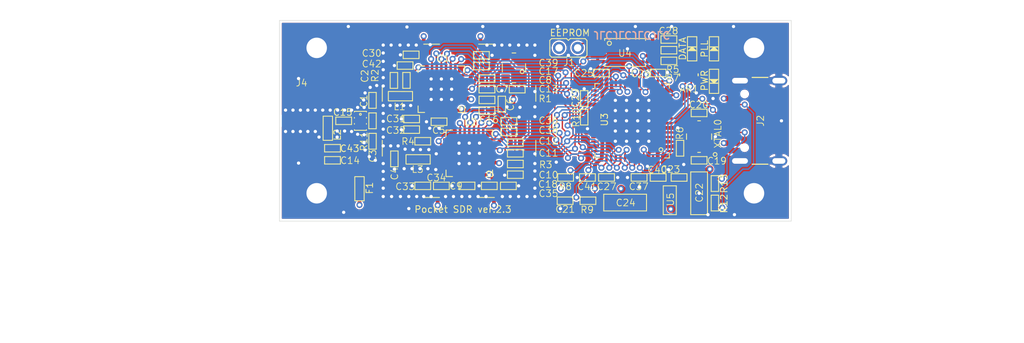
<source format=kicad_pcb>
(kicad_pcb (version 20221018) (generator pcbnew)
  (layers (0 "F.Cu" signal) (1 "In1.Cu" signal) (2 "In2.Cu" signal) (31 "B.Cu" signal) (34 "B.Paste" user) (35 "F.Paste" user) (36 "B.SilkS" user "B.Silkscreen") (37 "F.SilkS" user "F.Silkscreen") (38 "B.Mask" user) (39 "F.Mask" user) (44 "Edge.Cuts" user))
  (net 0 "")
  (net 1 "GND")
  (net 2 "+3.3V")
  (net 3 "Net-(AR1-P1)")
  (net 4 "Net-(AR1-P3)")
  (net 6 "Net-(AR1-P5)")
  (net 8 "/LED2")
  (net 9 "/LED1")
  (net 10 "Net-(F1-P$1)")
  (net 11 "Net-(J4-RF)")
  (net 12 "Net-(RF_DIVIDER0-INPUT)")
  (net 13 "Net-(R11-P$2)")
  (net 14 "Net-(L1-P$1)")
  (net 15 "Net-(R11-P$1)")
  (net 16 "Net-(L3-P$1)")
  (net 17 "Net-(U1-LNAOUT_HI)")
  (net 18 "Net-(U1-MIXIN_HI)")
  (net 19 "Net-(R1-P$1)")
  (net 20 "Net-(R1-P$2)")
  (net 21 "/PLL_CLK")
  (net 22 "Net-(U1-XTAL)")
  (net 23 "Net-(U2-LNAOUT_LO)")
  (net 24 "Net-(U2-MIXIN_LO)")
  (net 25 "Net-(R3-P$1)")
  (net 26 "Net-(R3-P$2)")
  (net 27 "Net-(U2-XTAL)")
  (net 28 "Net-(U3-XTALOUT)")
  (net 29 "Net-(U3-XTALIN)")
  (net 30 "/RESET")
  (net 31 "Net-(J1-P2)")
  (net 32 "/5V")
  (net 33 "Net-(J2-CC2)")
  (net 34 "Net-(J2-CC1)")
  (net 35 "Net-(L1-P$2)")
  (net 36 "Net-(L3-P$2)")
  (net 37 "Net-(R2-P$1)")
  (net 38 "Net-(R4-P$1)")
  (net 39 "Net-(R5-P$1)")
  (net 40 "Net-(R6-P$1)")
  (net 41 "Net-(R7-P$1)")
  (net 42 "Net-(R8-P$1)")
  (net 43 "Net-(R10-P$1)")
  (net 44 "/SDATA")
  (net 45 "/DCLK")
  (net 48 "/LOCK_A")
  (net 51 "/SCLK")
  (net 52 "/CSN_A")
  (net 53 "/Q1_A")
  (net 54 "/I1_A")
  (net 55 "/I0_A")
  (net 56 "/Q0_A")
  (net 60 "/LOCK_B")
  (net 63 "/CSN_B")
  (net 64 "/Q1_B")
  (net 65 "/I1_B")
  (net 66 "/I0_B")
  (net 67 "/Q0_B")
  (net 78 "Net-(U3-DMINUS)")
  (net 79 "Net-(U3-DPLUS)")
  (footprint "Connector_USB:USB_C_Receptacle_GCT_USB4105-xx-A_16P_TopMnt_Horizontal" (layer "F.Cu") (at 173.6011 105.95 90)
    (fp_text reference "J2")
    (fp_text value "USB_C_Receptacle_USB2.0")
  )
  (footprint "pocket_sdr_v2.3:C1005" (layer "F.Cu") (at 146.3511 111.75 180)
    (fp_text reference "C10")
    (fp_text value "750pF" hide)
  )
  (footprint "pocket_sdr_v2.3:BMI-S-202" (layer "F.Cu") (at 140.3011 105.95)
    (fp_text reference "RF-SHEILD-CASE0" hide)
    (fp_text value "BMI-S-202" hide)
  )
  (footprint "pocket_sdr_v2.3:C1005" (layer "F.Cu") (at 162.8511 99.5)
    (fp_text reference "R7")
    (fp_text value "2.2K" hide)
  )
  (footprint "pocket_sdr_v2.3:PINH-2MM-2P" (layer "F.Cu") (at 152.0511 98.1 -90)
    (fp_text reference "J1")
    (fp_text value "PINH_2MM_2P" hide)
  )
  (footprint "pocket_sdr_v2.3:LED_1608" (layer "F.Cu") (at 167.7011 101.7 -90)
    (fp_text reference "LED1" hide)
    (fp_text value "LED1608" hide)
  )
  (footprint "pocket_sdr_v2.3:C1005" (layer "F.Cu") (at 138.4011 112.95)
    (fp_text reference "C34")
    (fp_text value "0.1uF" hide)
  )
  (footprint "pocket_sdr_v2.3:C1005" (layer "F.Cu") (at 167.8011 112.7 90)
    (fp_text reference "R13")
    (fp_text value "5.1K")
  )
  (footprint "pocket_sdr_v2.3:RF_DIV" (layer "F.Cu") (at 129.7 105.95 90)
    (fp_text reference "RF_DIVIDER0" hide)
    (fp_text value "PD0922J5050S2HF" hide)
  )
  (footprint "pocket_sdr_v2.3:XTAL_SMD" (layer "F.Cu") (at 166.1011 107.65 90)
    (fp_text reference "XTAL0")
    (fp_text value "24MHz 12pF" hide)
  )
  (footprint "pocket_sdr_v2.3:C1005" (layer "F.Cu") (at 166.1011 105.1 180)
    (fp_text reference "C20")
    (fp_text value "12pF" hide)
  )
  (footprint "pocket_sdr_v2.3:C1005" (layer "F.Cu") (at 135.2011 106.9 180)
    (fp_text reference "C32")
    (fp_text value "100pF" hide)
  )
  (footprint "pocket_sdr_v2.3:C1005" (layer "F.Cu") (at 164.0511 108.9 90)
    (fp_text reference "R6")
    (fp_text value "10K" hide)
  )
  (footprint "pocket_sdr_v2.3:C1005" (layer "F.Cu") (at 162.8511 98.35)
    (fp_text reference "R5")
    (fp_text value "2.2K" hide)
  )
  (footprint "pocket_sdr_v2.3:C1005" (layer "F.Cu") (at 154.1011 112.05 180)
    (fp_text reference "C41")
    (fp_text value "100pF" hide)
  )
  (footprint "pocket_sdr_v2.3:C1005" (layer "F.Cu") (at 146.5511 102.55)
    (fp_text reference "C13")
    (fp_text value "0.1uF" hide)
  )
  (footprint "pocket_sdr_v2.3:C1005" (layer "F.Cu") (at 161.7011 100.8)
    (fp_text reference "C26")
    (fp_text value "0.1uF" hide)
  )
  (footprint "pocket_sdr_v2.3:C1005" (layer "F.Cu") (at 143.3011 103.7 180)
    (fp_text reference "R1")
    (fp_text value "15K" hide)
  )
  (footprint "pocket_sdr_v2.3:SOT23" (layer "F.Cu") (at 162.9511 114.5 90)
    (fp_text reference "U5")
    (fp_text value "LDO 3.3V 500mA SOT23-5" hide)
  )
  (footprint "pocket_sdr_v2.3:C1005" (layer "F.Cu") (at 141.1511 112.95)
    (fp_text reference "C9")
    (fp_text value "470pF" hide)
  )
  (footprint "pocket_sdr_v2.3:C1005" (layer "F.Cu") (at 143.3011 102.55)
    (fp_text reference "C7")
    (fp_text value "15pF" hide)
  )
  (footprint "pocket_sdr_v2.3:C1005" (layer "F.Cu") (at 161.7011 112.05)
    (fp_text reference "C40")
    (fp_text value "100pF" hide)
  )
  (footprint "pocket_sdr_v2.3:LED_1608" (layer "F.Cu") (at 167.7011 98.2 90)
    (fp_text reference "LED2" hide)
    (fp_text value "LED1608" hide)
  )
  (footprint "pocket_sdr_v2.3:C1608" (layer "F.Cu") (at 129.6011 113.26 -90)
    (fp_text reference "F1")
    (fp_text value "12V 8 Ohm, Trip 250mA")
  )
  (footprint "pocket_sdr_v2.3:C1005" (layer "F.Cu") (at 136.4011 112.95 180)
    (fp_text reference "C33")
    (fp_text value "100pF" hide)
  )
  (footprint "pocket_sdr_v2.3:C3225" (layer "F.Cu") (at 158.1511 114.75 -90)
    (fp_text reference "C24")
    (fp_text value "10uF" hide)
  )
  (footprint "pocket_sdr_v2.3:C1005" (layer "F.Cu") (at 143.3011 104.85)
    (fp_text reference "C16")
    (fp_text value "0.1uF" hide)
  )
  (footprint "pocket_sdr_v2.3:C1005" (layer "F.Cu") (at 144.9011 104.15 -90)
    (fp_text reference "C6")
    (fp_text value "750pF" hide)
  )
  (footprint "pocket_sdr_v2.3:TCXO" (layer "F.Cu") (at 146.2011 100.25 90)
    (fp_text reference "TCXO0" hide)
    (fp_text value "24.000 MHz 0.5ppm" hide)
  )
  (footprint "pocket_sdr_v2.3:C1005" (layer "F.Cu") (at 153.7511 105.55 90)
    (fp_text reference "R10")
    (fp_text value "10K" hide)
  )
  (footprint "pocket_sdr_v2.3:C1005" (layer "F.Cu") (at 143.5511 112.95 180)
    (fp_text reference "C35")
    (fp_text value "0.1uF" hide)
  )
  (footprint "pocket_sdr_v2.3:C1005" (layer "F.Cu") (at 134.6511 101.6 90)
    (fp_text reference "R2")
    (fp_text value "10K" hide)
  )
  (footprint "pocket_sdr_v2.3:C1005" (layer "F.Cu") (at 162.8511 97.2)
    (fp_text reference "C28")
    (fp_text value "0.1uF" hide)
  )
  (footprint "pocket_sdr_v2.3:C1005" (layer "F.Cu") (at 142.7011 98.9)
    (fp_text reference "C39")
    (fp_text value "100pF" hide)
  )
  (footprint "pocket_sdr_v2.3:C1005" (layer "F.Cu") (at 142.7011 100.05)
    (fp_text reference "C17")
    (fp_text value "0.1uF" hide)
  )
  (footprint "pocket_sdr_v2.3:C1608" (layer "F.Cu") (at 126.2 106.75 90)
    (fp_text reference "L2")
    (fp_text value "68nH")
  )
  (footprint "pocket_sdr_v2.3:TSSOP_8P" (layer "F.Cu") (at 158.1511 98.6 -90)
    (fp_text reference "U4")
    (fp_text value "AT24C128C" hide)
  )
  (footprint "pocket_sdr_v2.3:TQFN28" (layer "F.Cu") (at 138.4011 102.55 90)
    (fp_text reference "U1")
    (fp_text value "MAX2771" hide)
  )
  (footprint "pocket_sdr_v2.3:TQFN28" (layer "F.Cu") (at 141.4011 109.45 90)
    (fp_text reference "U2")
    (fp_text value "MAX2771" hide)
  )
  (footprint "pocket_sdr_v2.3:QFN56" (layer "F.Cu") (at 158.9011 105.95 90)
    (fp_text reference "U3" hide)
    (fp_text value "CY7C68013A-56LTXCT" hide)
  )
  (footprint "pocket_sdr_v2.3:C1005" (layer "F.Cu") (at 133.3011 101.6 -90)
    (fp_text reference "C2")
    (fp_text value "1.7pF" hide)
  )
  (footprint "pocket_sdr_v2.3:C1005" (layer "F.Cu") (at 151.7511 112.05 180)
    (fp_text reference "R8")
    (fp_text value "10K" hide)
  )
  (footprint "pocket_sdr_v2.3:C1005" (layer "F.Cu") (at 167.8011 114.8 -90)
    (fp_text reference "R12")
    (fp_text value "5.1K")
  )
  (footprint "pocket_sdr_v2.3:C1005" (layer "F.Cu") (at 146.3511 109.45)
    (fp_text reference "C11")
    (fp_text value "15pF" hide)
  )
  (footprint "pocket_sdr_v2.3:CPAD_2.2MM" (layer "F.Cu") (at 172.0011 98.1)
    (fp_text reference "#PAD03" hide)
    (fp_text value "")
  )
  (footprint "pocket_sdr_v2.3:C1005" (layer "F.Cu") (at 145.6511 107.15)
    (fp_text reference "C38")
    (fp_text value "0.1uF" hide)
  )
  (footprint "pocket_sdr_v2.3:C1005" (layer "F.Cu") (at 135.1511 98.85 180)
    (fp_text reference "C30")
    (fp_text value "0.1uF" hide)
  )
  (footprint "pocket_sdr_v2.3:C1005" (layer "F.Cu") (at 156.1511 112.05)
    (fp_text reference "C27")
    (fp_text value "0.1uF" hide)
  )
  (footprint "pocket_sdr_v2.3:C1608" (layer "F.Cu") (at 135.9011 110.1)
    (fp_text reference "L3")
    (fp_text value "8.4nH" hide)
  )
  (footprint "pocket_sdr_v2.3:C1005" (layer "F.Cu") (at 126.7 108.9 180)
    (fp_text reference "C43")
    (fp_text value "0.1uF")
  )
  (footprint "pocket_sdr_v2.3:C1005" (layer "F.Cu") (at 154.1511 114.55)
    (fp_text reference "R9")
    (fp_text value "100K" hide)
  )
  (footprint "pocket_sdr_v2.3:C1005" (layer "F.Cu") (at 131.0011 108.15 -90)
    (fp_text reference "C3")
    (fp_text value "470pF" hide)
  )
  (footprint "pocket_sdr_v2.3:C1005" (layer "F.Cu") (at 145.6011 112.95)
    (fp_text reference "C18")
    (fp_text value "100pF" hide)
  )
  (footprint "pocket_sdr_v2.3:C1005" (layer "F.Cu") (at 155.6011 100.8 180)
    (fp_text reference "C25")
    (fp_text value "0.1uF" hide)
  )
  (footprint "pocket_sdr_v2.3:C3225" (layer "F.Cu") (at 166.1011 113.75)
    (fp_text reference "C22")
    (fp_text value "10uF" hide)
  )
  (footprint "pocket_sdr_v2.3:C1005" (layer "F.Cu") (at 126.7 110.2 180)
    (fp_text reference "C14")
    (fp_text value "100pF" hide)
  )
  (footprint "pocket_sdr_v2.3:CPAD_2.2MM" (layer "F.Cu") (at 125.0011 113.75)
    (fp_text reference "#PAD02" hide)
    (fp_text value "")
  )
  (footprint "pocket_sdr_v2.3:C1005" (layer "F.Cu") (at 133.3511 110.05 -90)
    (fp_text reference "C4")
    (fp_text value "1.1pF" hide)
  )
  (footprint "pocket_sdr_v2.3:C1005" (layer "F.Cu") (at 151.7011 114.55 180)
    (fp_text reference "C21")
    (fp_text value "1uF" hide)
  )
  (footprint "pocket_sdr_v2.3:CPAD_2.2MM" (layer "F.Cu") (at 172.0011 113.75)
    (fp_text reference "#PAD04" hide)
    (fp_text value "")
  )
  (footprint "pocket_sdr_v2.3:C1005" (layer "F.Cu") (at 146.3511 108.3 180)
    (fp_text reference "C12")
    (fp_text value "0.01uF" hide)
  )
  (footprint "pocket_sdr_v2.3:C1005" (layer "F.Cu") (at 143.3011 101.4 180)
    (fp_text reference "C8")
    (fp_text value "0.01uF" hide)
  )
  (footprint "pocket_sdr_v2.3:C1005" (layer "F.Cu") (at 131.0011 105.95 90)
    (fp_text reference "R11")
    (fp_text value "100" hide)
  )
  (footprint "pocket_sdr_v2.3:C1005" (layer "F.Cu") (at 159.6511 112.05 180)
    (fp_text reference "C37")
    (fp_text value "0.1uF" hide)
  )
  (footprint "pocket_sdr_v2.3:C1005" (layer "F.Cu") (at 153.7511 103.55 90)
    (fp_text reference "C29")
    (fp_text value "100pF" hide)
  )
  (footprint "pocket_sdr_v2.3:C1005" (layer "F.Cu") (at 138.1511 106.05)
    (fp_text reference "C5")
    (fp_text value "470pF" hide)
  )
  (footprint "pocket_sdr_v2.3:C1005" (layer "F.Cu") (at 127.9011 105.95)
    (fp_text reference "C15")
    (fp_text value "470pF")
  )
  (footprint "pocket_sdr_v2.3:C1005" (layer "F.Cu") (at 145.6511 106)
    (fp_text reference "C36")
    (fp_text value "100pF" hide)
  )
  (footprint "pocket_sdr_v2.3:C1005" (layer "F.Cu") (at 131.0011 103.75 90)
    (fp_text reference "C1")
    (fp_text value "470pF" hide)
  )
  (footprint "pocket_sdr_v2.3:C1005" (layer "F.Cu") (at 136.4011 108.15 180)
    (fp_text reference "R4")
    (fp_text value "10K" hide)
  )
  (footprint "pocket_sdr_v2.3:EXB28V" (layer "F.Cu") (at 165.0011 101 180)
    (fp_text reference "AR1")
    (fp_text value "1K x 4" hide)
  )
  (footprint "pocket_sdr_v2.3:LED_1608" (layer "F.Cu") (at 165.3511 98.2 90)
    (fp_text reference "LED3" hide)
    (fp_text value "LED1608" hide)
  )
  (footprint "pocket_sdr_v2.3:C1005" (layer "F.Cu") (at 166.1011 110.2)
    (fp_text reference "C19")
    (fp_text value "12pF" hide)
  )
  (footprint "pocket_sdr_v2.3:SMA-ANG" (layer "F.Cu") (at 119.4011 105.95 90)
    (fp_text reference "J4")
    (fp_text value "SMA-ANG" hide)
  )
  (footprint "pocket_sdr_v2.3:CPAD_2.2MM" (layer "F.Cu") (at 125.0011 98.1)
    (fp_text reference "#PAD01" hide)
    (fp_text value "")
  )
  (footprint "pocket_sdr_v2.3:C1005" (layer "F.Cu") (at 135.2011 105.75 180)
    (fp_text reference "C31")
    (fp_text value "0.1uF" hide)
  )
  (footprint "pocket_sdr_v2.3:C1005" (layer "F.Cu") (at 163.9511 112.05 180)
    (fp_text reference "C23")
    (fp_text value "0.1uF" hide)
  )
  (footprint "pocket_sdr_v2.3:C1005" (layer "F.Cu") (at 134.5011 100 180)
    (fp_text reference "C42")
    (fp_text value "100pF" hide)
  )
  (footprint "pocket_sdr_v2.3:C1608" (layer "F.Cu") (at 134.0011 103.3)
    (fp_text reference "L1")
    (fp_text value "5.6nF" hide)
  )
  (footprint "pocket_sdr_v2.3:C1005" (layer "F.Cu") (at 146.3511 110.6 180)
    (fp_text reference "R3")
    (fp_text value "15K" hide)
  )
  (gr_line (start 176.0011 116.75) (end 121.0011 116.75) (stroke (width 0.05)) (layer "Edge.Cuts"))
  (gr_line (start 121.0011 95.15) (end 176.0011 95.15) (stroke (width 0.05)) (layer "Edge.Cuts"))
  (gr_line (start 176.0011 95.15) (end 176.0011 116.75) (stroke (width 0.05)) (layer "Edge.Cuts"))
  (gr_line (start 121.0011 116.75) (end 121.0011 95.15) (stroke (width 0.05)) (layer "Edge.Cuts"))
  (gr_text "JLCJLCJLCJLC" (at 154.6511 96.25 180) (layer "B.SilkS") (effects (font (size 0.8 0.8) (thickness 0.15) bold) (justify left bottom mirror)))
  (gr_text "Pocket SDR ver.2.3" (at 135.4511 115.9) (layer "F.SilkS") (effects (font (size 0.715264 0.715264) (thickness 0.097536)) (justify left bottom)))
  (gr_text "EEPROM" (at 150.0011 96.9) (layer "F.SilkS") (effects (font (size 0.715264 0.715264) (thickness 0.097536)) (justify left bottom)))
  (gr_text "PWR" (at 167.1011 102.8 90) (layer "F.SilkS") (effects (font (size 0.715264 0.715264) (thickness 0.097536)) (justify left bottom)))
  (gr_text "PLL" (at 167.1011 99.2 90) (layer "F.SilkS") (effects (font (size 0.715264 0.715264) (thickness 0.097536)) (justify left bottom)))
  (gr_text "U3" (at 156.3511 106.6 90) (layer "F.SilkS") (effects (font (size 0.715264 0.715264) (thickness 0.097536)) (justify left bottom)))
  (gr_text "DATA" (at 164.7511 99.5 90) (layer "F.SilkS") (effects (font (size 0.715264 0.715264) (thickness 0.097536)) (justify left bottom)))
  (segment (start 144.0011 104.65) (end 144.9011 104.65) (width 0.4064) (layer "F.Cu") (net 1))
  (segment (start 143.8011 104.85) (end 144.0011 104.65) (width 0.4064) (layer "F.Cu") (net 1))
  (via (at 137.1511 106.75) (size 0.6548) (drill 0.35) (layers "F.Cu" "B.Cu") (net 1))
  (via (at 132.9511 108.65) (size 0.6548) (drill 0.35) (layers "F.Cu" "B.Cu") (net 1))
  (via (at 138.1511 106.75) (size 0.6548) (drill 0.35) (layers "F.Cu" "B.Cu") (net 1))
  (via (at 134.5011 109) (size 0.6548) (drill 0.35) (layers "F.Cu" "B.Cu") (net 1))
  (via (at 127.2511 104.8) (size 0.6548) (drill 0.35) (layers "F.Cu" "B.Cu") (net 1))
  (via (at 132.1511 108.65) (size 0.6548) (drill 0.35) (layers "F.Cu" "B.Cu") (net 1))
  (via (at 145.8011 114.1) (size 0.6548) (drill 0.35) (layers "F.Cu" "B.Cu") (net 1))
  (via (at 134.9011 115.4) (size 0.6548) (drill 0.35) (layers "F.Cu" "B.Cu") (net 1))
  (via (at 136.1511 109.05) (size 0.6548) (drill 0.35) (layers "F.Cu" "B.Cu") (net 1))
  (via (at 127.2 107.7) (size 0.6548) (drill 0.35) (layers "F.Cu" "B.Cu") (net 1))
  (via (at 132.1511 98.65) (size 0.6548) (drill 0.35) (layers "F.Cu" "B.Cu") (net 1))
  (via (at 130.6511 109.8) (size 0.6548) (drill 0.35) (layers "F.Cu" "B.Cu") (net 1))
  (via (at 159.2511 95.8) (size 0.6548) (drill 0.35) (layers "F.Cu" "B.Cu") (net 1))
  (via (at 133.3511 100) (size 0.6548) (drill 0.35) (layers "F.Cu" "B.Cu") (net 1))
  (via (at 143.8511 98.9) (size 0.6548) (drill 0.35) (layers "F.Cu" "B.Cu") (net 1))
  (via (at 150.7511 110.4) (size 0.6548) (drill 0.35) (layers "F.Cu" "B.Cu") (net 1))
  (via (at 127.2011 107.05) (size 0.6548) (drill 0.35) (layers "F.Cu" "B.Cu") (net 1))
  (via (at 121.6511 104.8) (size 0.6548) (drill 0.35) (layers "F.Cu" "B.Cu") (net 1))
  (via (at 133.7511 108.65) (size 0.6548) (drill 0.35) (layers "F.Cu" "B.Cu") (net 1))
  (via (at 129.4011 104.51) (size 0.6548) (drill 0.35) (layers "F.Cu" "B.Cu") (net 1))
  (via (at 148.4511 109.5) (size 0.6548) (drill 0.35) (layers "F.Cu" "B.Cu") (net 1))
  (via (at 128.7511 107.1) (size 0.6548) (drill 0.35) (layers "F.Cu" "B.Cu") (net 1))
  (via (at 137.2011 97.75) (size 0.6548) (drill 0.35) (layers "F.Cu" "B.Cu") (net 1))
  (via (at 132.9011 104.3) (size 0.6548) (drill 0.35) (layers "F.Cu" "B.Cu") (net 1))
  (via (at 132.1511 112.25) (size 0.6548) (drill 0.35) (layers "F.Cu" "B.Cu") (net 1))
  (via (at 148.4511 114.1) (size 0.6548) (drill 0.35) (layers "F.Cu" "B.Cu") (net 1))
  (via (at 132.1511 100.45) (size 0.6548) (drill 0.35) (layers "F.Cu" "B.Cu") (net 1))
  (via (at 145.4511 104.45) (size 0.6548) (drill 0.35) (layers "F.Cu" "B.Cu") (net 1))
  (via (at 125.2511 107.7) (size 0.6548) (drill 0.35) (layers "F.Cu" "B.Cu") (net 1))
  (via (at 132.1511 111.4) (size 0.6548) (drill 0.35) (layers "F.Cu" "B.Cu") (net 1))
  (via (at 135.2511 112.95) (size 0.6548) (drill 0.35) (layers "F.Cu" "B.Cu") (net 1))
  (via (at 131.3011 110.2) (size 0.6548) (drill 0.35) (layers "F.Cu" "B.Cu") (net 1))
  (via (at 140.6011 114.1) (size 0.6548) (drill 0.35) (layers "F.Cu" "B.Cu") (net 1))
  (via (at 144.9511 114.1) (size 0.6548) (drill 0.35) (layers "F.Cu" "B.Cu") (net 1))
  (via (at 133.0011 97.8) (size 0.6548) (drill 0.35) (layers "F.Cu" "B.Cu") (net 1))
  (via (at 131.4511 102.15) (size 0.6548) (drill 0.35) (layers "F.Cu" "B.Cu") (net 1))
  (via (at 169.8011 95.8) (size 0.6548) (drill 0.35) (layers "F.Cu" "B.Cu") (net 1))
  (via (at 124.8511 107.1) (size 0.6548) (drill 0.35) (layers "F.Cu" "B.Cu") (net 1))
  (via (at 128.4011 95.8) (size 0.6548) (drill 0.35) (layers "F.Cu" "B.Cu") (net 1))
  (via (at 123.2511 107.1) (size 0.6548) (drill 0.35) (layers "F.Cu" "B.Cu") (net 1))
  (via (at 128.7511 104.8) (size 0.6548) (drill 0.35) (layers "F.Cu" "B.Cu") (net 1))
  (via (at 132.1511 97.8) (size 0.6548) (drill 0.35) (layers "F.Cu" "B.Cu") (net 1))
  (via (at 174.9511 105.95) (size 0.6548) (drill 0.35) (layers "F.Cu" "B.Cu") (net 1))
  (via (at 124.0511 107.1) (size 0.6548) (drill 0.35) (layers "F.Cu" "B.Cu") (net 1))
  (via (at 148.4511 110.55) (size 0.6548) (drill 0.35) (layers "F.Cu" "B.Cu") (net 1))
  (via (at 130.2011 102.95) (size 0.6548) (drill 0.35) (layers "F.Cu" "B.Cu") (net 1))
  (via (at 148.4511 104.45) (size 0.6548) (drill 0.35) (layers "F.Cu" "B.Cu") (net 1))
  (via (at 146.7011 112.95) (size 0.6548) (drill 0.35) (layers "F.Cu" "B.Cu") (net 1))
  (via (at 167.6011 103.55) (size 0.6548) (drill 0.35) (layers "F.Cu" "B.Cu") (net 1))
  (via (at 152.0511 98.9) (size 0.6548) (drill 0.35) (layers "F.Cu" "B.Cu") (net 1))
  (via (at 124.8511 104.8) (size 0.6548) (drill 0.35) (layers "F.Cu" "B.Cu") (net 1))
  (via (at 128.0011 107.05) (size 0.6548) (drill 0.35) (layers "F.Cu" "B.Cu") (net 1))
  (via (at 136.5011 114.1) (size 0.6548) (drill 0.35) (layers "F.Cu" "B.Cu") (net 1))
  (via (at 148.4511 113.2) (size 0.6548) (drill 0.35) (layers "F.Cu" "B.Cu") (net 1))
  (via (at 146.7011 97.8) (size 0.6548) (drill 0.35) (layers "F.Cu" "B.Cu") (net 1))
  (via (at 137.3011 114.1) (size 0.6548) (drill 0.35) (layers "F.Cu" "B.Cu") (net 1))
  (via (at 151.2011 115.4) (size 0.6548) (drill 0.35) (layers "F.Cu" "B.Cu") (net 1))
  (via (at 133.6511 104.3) (size 0.6548) (drill 0.35) (layers "F.Cu" "B.Cu") (net 1))
  (via (at 134.1011 106.9) (size 0.6548) (drill 0.35) (layers "F.Cu" "B.Cu") (net 1))
  (via (at 146.7011 114.1) (size 0.6548) (drill 0.35) (layers "F.Cu" "B.Cu") (net 1))
  (via (at 133.3511 111.15) (size 0.6548) (drill 0.35) (layers "F.Cu" "B.Cu") (net 1))
  (via (at 132.1511 104.3) (size 0.6548) (drill 0.35) (layers "F.Cu" "B.Cu") (net 1))
  (via (at 125.6511 104.8) (size 0.6548) (drill 0.35) (layers "F.Cu" "B.Cu") (net 1))
  (via (at 132.1511 107.7) (size 0.6548) (drill 0.35) (layers "F.Cu" "B.Cu") (net 1))
  (via (at 145.7511 97.8) (size 0.6548) (drill 0.35) (layers "F.Cu" "B.Cu") (net 1))
  (via (at 163.8011 106.7) (size 0.6548) (drill 0.35) (layers "F.Cu" "B.Cu") (net 1))
  (via (at 146.8511 104.5) (size 0.6548) (drill 0.35) (layers "F.Cu" "B.Cu") (net 1))
  (via (at 153.0011 112.05) (size 0.6548) (drill 0.35) (layers "F.Cu" "B.Cu") (net 1))
  (via (at 158.4011 112.05) (size 0.6548) (drill 0.35) (layers "F.Cu" "B.Cu") (net 1))
  (via (at 132.1511 102.2) (size 0.6548) (drill 0.35) (layers "F.Cu" "B.Cu") (net 1))
  (via (at 137.8511 109.5) (size 0.6548) (drill 0.35) (layers "F.Cu" "B.Cu") (net 1))
  (via (at 122.4511 104.8) (size 0.6548) (drill 0.35) (layers "F.Cu" "B.Cu") (net 1))
  (via (at 132.1511 99.55) (size 0.6548) (drill 0.35) (layers "F.Cu" "B.Cu") (net 1))
  (via (at 123.2511 104.8) (size 0.6548) (drill 0.35) (layers "F.Cu" "B.Cu") (net 1))
  (via (at 123.0511 101.4) (size 0.6548) (drill 0.35) (layers "F.Cu" "B.Cu") (net 1))
  (via (at 130.1011 108.31) (size 0.6548) (drill 0.35) (layers "F.Cu" "B.Cu") (net 1))
  (via (at 126.4511 104.8) (size 0.6548) (drill 0.35) (layers "F.Cu" "B.Cu") (net 1))
  (via (at 163.1511 95.8) (size 0.6548) (drill 0.35) (layers "F.Cu" "B.Cu") (net 1))
  (via (at 134.1011 105.75) (size 0.6548) (drill 0.35) (layers "F.Cu" "B.Cu") (net 1))
  (via (at 143.3011 97.8) (size 0.6548) (drill 0.35) (layers "F.Cu" "B.Cu") (net 1))
  (via (at 135.7511 114.1) (size 0.6548) (drill 0.35) (layers "F.Cu" "B.Cu") (net 1))
  (via (at 134.8511 97.8) (size 0.6548) (drill 0.35) (layers "F.Cu" "B.Cu") (net 1))
  (via (at 142.4511 112.95) (size 0.6548) (drill 0.35) (layers "F.Cu" "B.Cu") (net 1))
  (via (at 132.1511 114.1) (size 0.6548) (drill 0.35) (layers "F.Cu" "B.Cu") (net 1))
  (via (at 166.1011 113.75) (size 0.6548) (drill 0.35) (layers "F.Cu" "B.Cu") (net 1))
  (via (at 132.1511 105.15) (size 0.6548) (drill 0.35) (layers "F.Cu" "B.Cu") (net 1))
  (via (at 135.7011 97.8) (size 0.6548) (drill 0.35) (layers "F.Cu" "B.Cu") (net 1))
  (via (at 135.3511 109.05) (size 0.6548) (drill 0.35) (layers "F.Cu" "B.Cu") (net 1))
  (via (at 134.0011 114.1) (size 0.6548) (drill 0.35) (layers "F.Cu" "B.Cu") (net 1))
  (via (at 132.1511 101.3) (size 0.6548) (drill 0.35) (layers "F.Cu" "B.Cu") (net 1))
  (via (at 142.3511 114.1) (size 0.6548) (drill 0.35) (layers "F.Cu" "B.Cu") (net 1))
  (via (at 162.7011 100.75) (size 0.6548) (drill 0.35) (layers "F.Cu" "B.Cu") (net 1))
  (via (at 154.1011 106.8) (size 0.6548) (drill 0.35) (layers "F.Cu" "B.Cu") (net 1))
  (via (at 134.4011 111.1) (size 0.6548) (drill 0.35) (layers "F.Cu" "B.Cu") (net 1))
  (via (at 148.4511 98.9) (size 0.6548) (drill 0.35) (layers "F.Cu" "B.Cu") (net 1))
  (via (at 144.1011 97.8) (size 0.6548) (drill 0.35) (layers "F.Cu" "B.Cu") (net 1))
  (via (at 148.4511 102.8) (size 0.6548) (drill 0.35) (layers "F.Cu" "B.Cu") (net 1))
  (via (at 141.4511 114.1) (size 0.6548) (drill 0.35) (layers "F.Cu" "B.Cu") (net 1))
  (via (at 130.7511 102.35) (size 0.6548) (drill 0.35) (layers "F.Cu" "B.Cu") (net 1))
  (via (at 135.2511 111.1) (size 0.6548) (drill 0.35) (layers "F.Cu" "B.Cu") (net 1))
  (via (at 137.8011 111.2) (size 0.6548) (drill 0.35) (layers "F.Cu" "B.Cu") (net 1))
  (via (at 144.9011 97.8) (size 0.6548) (drill 0.35) (layers "F.Cu" "B.Cu") (net 1))
  (via (at 132.1511 110.55) (size 0.6548) (drill 0.35) (layers "F.Cu" "B.Cu") (net 1))
  (via (at 136.1011 111.1) (size 0.6548) (drill 0.35) (layers "F.Cu" "B.Cu") (net 1))
  (via (at 148.4511 112.25) (size 0.6548) (drill 0.35) (layers "F.Cu" "B.Cu") (net 1))
  (via (at 130.0511 103.71) (size 0.6548) (drill 0.35) (layers "F.Cu" "B.Cu") (net 1))
  (via (at 167.0511 116.05) (size 0.6548) (drill 0.35) (layers "F.Cu" "B.Cu") (net 1))
  (via (at 144.9011 102.7) (size 0.6548) (drill 0.35) (layers "F.Cu" "B.Cu") (net 1))
  (via (at 169.9011 116.05) (size 0.6548) (drill 0.35) (layers "F.Cu" "B.Cu") (net 1))
  (via (at 148.4511 97.8) (size 0.6548) (drill 0.35) (layers "F.Cu" "B.Cu") (net 1))
  (via (at 157.3511 112.05) (size 0.6548) (drill 0.35) (layers "F.Cu" "B.Cu") (net 1))
  (via (at 165.8011 102.95) (size 0.6548) (drill 0.35) (layers "F.Cu" "B.Cu") (net 1))
  (via (at 138.8511 114.1) (size 0.6548) (drill 0.35) (layers "F.Cu" "B.Cu") (net 1))
  (via (at 132.1511 106) (size 0.6548) (drill 0.35) (layers "F.Cu" "B.Cu") (net 1))
  (via (at 148.4511 105.5) (size 0.6548) (drill 0.35) (layers "F.Cu" "B.Cu") (net 1))
  (via (at 134.9011 114.1) (size 0.6548) (drill 0.35) (layers "F.Cu" "B.Cu") (net 1))
  (via (at 135.1011 104.3) (size 0.6548) (drill 0.35) (layers "F.Cu" "B.Cu") (net 1))
  (via (at 130.2011 109.1) (size 0.6548) (drill 0.35) (layers "F.Cu" "B.Cu") (net 1))
  (via (at 167.8511 107.65) (size 0.6548) (drill 0.35) (layers "F.Cu" "B.Cu") (net 1))
  (via (at 139.7011 114.1) (size 0.6548) (drill 0.35) (layers "F.Cu" "B.Cu") (net 1))
  (via (at 159.6511 113.1) (size 0.6548) (drill 0.35) (layers "F.Cu" "B.Cu") (net 1))
  (via (at 133.0511 114.1) (size 0.6548) (drill 0.35) (layers "F.Cu" "B.Cu") (net 1))
  (via (at 158.4011 98.2) (size 0.6548) (drill 0.35) (layers "F.Cu" "B.Cu") (net 1))
  (via (at 150.9011 95.8) (size 0.6548) (drill 0.35) (layers "F.Cu" "B.Cu") (net 1))
  (via (at 134.0011 98.85) (size 0.6548) (drill 0.35) (layers "F.Cu" "B.Cu") (net 1))
  (via (at 154.4511 100.35) (size 0.6548) (drill 0.35) (layers "F.Cu" "B.Cu") (net 1))
  (via (at 143.2011 114.1) (size 0.6548) (drill 0.35) (layers "F.Cu" "B.Cu") (net 1))
  (via (at 134.7011 95.85) (size 0.6548) (drill 0.35) (layers "F.Cu" "B.Cu") (net 1))
  (via (at 137.0511 109.05) (size 0.6548) (drill 0.35) (layers "F.Cu" "B.Cu") (net 1))
  (via (at 136.8011 106.05) (size 0.6548) (drill 0.35) (layers "F.Cu" "B.Cu") (net 1))
  (via (at 139.5511 112.95) (size 0.6548) (drill 0.35) (layers "F.Cu" "B.Cu") (net 1))
  (via (at 122.4511 107.1) (size 0.6548) (drill 0.35) (layers "F.Cu" "B.Cu") (net 1))
  (via (at 121.6511 107.1) (size 0.6548) (drill 0.35) (layers "F.Cu" "B.Cu") (net 1))
  (via (at 142.8511 95.8) (size 0.6548) (drill 0.35) (layers "F.Cu" "B.Cu") (net 1))
  (via (at 130.1011 107.45) (size 0.6548) (drill 0.35) (layers "F.Cu" "B.Cu") (net 1))
  (via (at 132.1511 113.2) (size 0.6548) (drill 0.35) (layers "F.Cu" "B.Cu") (net 1))
  (via (at 128.0011 104.8) (size 0.6548) (drill 0.35) (layers "F.Cu" "B.Cu") (net 1))
  (via (at 162.8011 111.2) (size 0.6548) (drill 0.35) (layers "F.Cu" "B.Cu") (net 1))
  (via (at 132.1511 106.85) (size 0.6548) (drill 0.35) (layers "F.Cu" "B.Cu") (net 1))
  (via (at 130.1011 104.51) (size 0.6548) (drill 0.35) (layers "F.Cu" "B.Cu") (net 1))
  (via (at 153.7511 102.5) (size 0.6548) (drill 0.35) (layers "F.Cu" "B.Cu") (net 1))
  (via (at 164.4511 110.65) (size 0.6548) (drill 0.35) (layers "F.Cu" "B.Cu") (net 1))
  (via (at 145.2011 111.8) (size 0.6548) (drill 0.35) (layers "F.Cu" "B.Cu") (net 1))
  (via (at 127.9011 115.8) (size 0.6548) (drill 0.35) (layers "F.Cu" "B.Cu") (net 1))
  (via (at 124.0511 104.8) (size 0.6548) (drill 0.35) (layers "F.Cu" "B.Cu") (net 1))
  (via (at 134.3511 104.3) (size 0.6548) (drill 0.35) (layers "F.Cu" "B.Cu") (net 1))
  (via (at 136.9511 111.1) (size 0.6548) (drill 0.35) (layers "F.Cu" "B.Cu") (net 1))
  (via (at 129.4022 107.4) (size 0.6548) (drill 0.35) (layers "F.Cu" "B.Cu") (net 1))
  (via (at 123.0511 110.5) (size 0.6548) (drill 0.35) (layers "F.Cu" "B.Cu") (net 1))
  (via (at 133.9511 97.8) (size 0.6548) (drill 0.35) (layers "F.Cu" "B.Cu") (net 1))
  (via (at 147.6011 114.1) (size 0.6548) (drill 0.35) (layers "F.Cu" "B.Cu") (net 1))
  (via (at 147.6011 97.8) (size 0.6548) (drill 0.35) (layers "F.Cu" "B.Cu") (net 1))
  (via (at 148.4511 111.35) (size 0.6548) (drill 0.35) (layers "F.Cu" "B.Cu") (net 1))
  (via (at 160.5511 110.85) (size 0.6548) (drill 0.35) (layers "F.Cu" "B.Cu") (net 1))
  (via (at 146.7511 105.55) (size 0.6548) (drill 0.35) (layers "F.Cu" "B.Cu") (net 1))
  (segment (start 141.348994 101.55) (end 140.7411 101.55) (width 0.4064) (layer "F.Cu") (net 2))
  (segment (start 139.9011 111.79) (end 139.8931 111.79) (width 0.3048) (layer "F.Cu") (net 2))
  (segment (start 146.0511 102.55) (end 146.0511 102.5) (width 0.4064) (layer "F.Cu") (net 2))
  (segment (start 146.1511 104.938232) (end 146.1511 103.638232) (width 0.4064) (layer "F.Cu") (net 2))
  (segment (start 161.1 97.6239) (end 161.1011 97.625) (width 0.4064) (layer "F.Cu") (net 2))
  (segment (start 151.2511 112.05) (end 151.2511 113.25) (width 0.1524) (layer "F.Cu") (net 2))
  (segment (start 155.7011 102.95) (end 155.7011 104.2) (width 0.4064) (layer "F.Cu") (net 2))
  (segment (start 153.9011 104.2) (end 153.7511 104.05) (width 0.4064) (layer "F.Cu") (net 2))
  (segment (start 139.7011 107.11) (end 139.9011 107.11) (width 0.4064) (layer "F.Cu") (net 2))
  (segment (start 154.9 114.3011) (end 154.9 113.25) (width 0.1524) (layer "F.Cu") (net 2))
  (segment (start 137.9011 112.95) (end 137.9011 112.8) (width 0.4064) (layer "F.Cu") (net 2))
  (segment (start 144.0511 112.25) (end 144.0511 112.95) (width 0.4064) (layer "F.Cu") (net 2))
  (segment (start 136.2611 104.89) (end 135.7011 105.45) (width 0.4064) (layer "F.Cu") (net 2))
  (segment (start 142.4177 111.79) (end 142.9011 111.79) (width 0.4064) (layer "F.Cu") (net 2))
  (segment (start 159.2261 114.75) (end 159.7511 114.75) (width 0.8128) (layer "F.Cu") (net 2))
  (segment (start 142.2011 100.471908) (end 141.5717 101.101308) (width 0.4064) (layer "F.Cu") (net 2))
  (segment (start 144.0511 112.95) (end 145.1011 112.95) (width 0.4064) (layer "F.Cu") (net 2))
  (segment (start 143.5511 111.8) (end 143.6011 111.8) (width 0.4064) (layer "F.Cu") (net 2))
  (segment (start 136.5011 96.8475) (end 136.5 96.8464) (width 0.4064) (layer "F.Cu") (net 2))
  (segment (start 154.9011 110.7) (end 154.9011 112) (width 0.4064) (layer "F.Cu") (net 2))
  (segment (start 161.4511 114.7) (end 161.4511 115.45) (width 0.8128) (layer "F.Cu") (net 2))
  (segment (start 134.6511 100.35) (end 134.6511 101.1) (width 0.1524) (layer "F.Cu") (net 2))
  (segment (start 142.2011 98.9) (end 142.2011 100.05) (width 0.4064) (layer "F.Cu") (net 2))
  (segment (start 161.1 96.8464) (end 161.9975 96.8464) (width 0.4064) (layer "F.Cu") (net 2))
  (segment (start 135.7011 105.45) (end 135.7011 105.75) (width 0.4064) (layer "F.Cu") (net 2))
  (segment (start 136.5011 98.85) (end 136.5011 99.81) (width 0.4064) (layer "F.Cu") (net 2))
  (segment (start 137.9011 112.95) (end 136.9011 112.95) (width 0.4064) (layer "F.Cu") (net 2))
  (segment (start 138.0011 113.05) (end 138.0011 115.0606) (width 0.4064) (layer "F.Cu") (net 2))
  (segment (start 139.9011 107.11) (end 139.6011 107.11) (width 0.4064) (layer "F.Cu") (net 2))
  (segment (start 141.5717 101.101308) (end 141.5717 101.327294) (width 0.4064) (layer "F.Cu") (net 2))
  (segment (start 163.3511 98.2) (end 162.3511 97.2) (width 0.1524) (layer "F.Cu") (net 2))
  (segment (start 151.2511 113.25) (end 151.2511 113.2475) (width 0.1524) (layer "F.Cu") (net 2))
  (segment (start 154.6011 112.05) (end 154.6511 112) (width 0.4064) (layer "F.Cu") (net 2))
  (segment (start 137.9011 112.8) (end 138.9111 111.79) (width 0.4064) (layer "F.Cu") (net 2))
  (segment (start 144.1011 115.0606) (end 144.0511 115.0606) (width 0.4064) (layer "F.Cu") (net 2))
  (segment (start 140.398543 104.85) (end 139.9411 104.85) (width 0.4064) (layer "F.Cu") (net 2))
  (segment (start 144.3511 108.45) (end 145.1511 107.65) (width 0.4064) (layer "F.Cu") (net 2))
  (segment (start 161.2011 113.3) (end 161.2011 112.05) (width 0.8128) (layer "F.Cu") (net 2))
  (segment (start 146.1511 104.938232) (end 145.1511 105.938232) (width 0.4064) (layer "F.Cu") (net 2))
  (segment (start 142.774821 104.823722) (end 142.8011 104.85) (width 0.4064) (layer "F.Cu") (net 2))
  (segment (start 141.5717 101.327294) (end 141.348994 101.55) (width 0.4064) (layer "F.Cu") (net 2))
  (segment (start 145.1511 106) (end 145.1511 107.15) (width 0.4064) (layer "F.Cu") (net 2))
  (segment (start 163.355862 99.504763) (end 163.3511 99.5) (width 0.1524) (layer "F.Cu") (net 2))
  (segment (start 145.3011 101.75) (end 145.3011 101.45) (width 0.4064) (layer "F.Cu") (net 2))
  (segment (start 161.1511 102.477894) (end 162.1011 103.427894) (width 0.4064) (layer "F.Cu") (net 2))
  (segment (start 154.9011 112.05) (end 154.9011 113.2489) (width 0.6096) (layer "F.Cu") (net 2))
  (segment (start 140.574821 104.673722) (end 140.398543 104.85) (width 0.4064) (layer "F.Cu") (net 2))
  (segment (start 163.881412 100.9786) (end 163.355862 100.45305) (width 0.1524) (layer "F.Cu") (net 2))
  (segment (start 140.724821 104.823722) (end 142.774821 104.823722) (width 0.4064) (layer "F.Cu") (net 2))
  (segment (start 155.6511 109.95) (end 154.9011 110.7) (width 0.4064) (layer "F.Cu") (net 2))
  (segment (start 161.6511 109.4) (end 161.6511 109.95) (width 0.4064) (layer "F.Cu") (net 2))
  (segment (start 135.0011 100) (end 135.6511 99.35) (width 0.4064) (layer "F.Cu") (net 2))
  (segment (start 163.8511 108.2) (end 164.0511 108.4) (width 0.1524) (layer "F.Cu") (net 2))
  (segment (start 136.2611 107.46) (end 135.7011 106.9) (width 0.4064) (layer "F.Cu") (net 2))
  (segment (start 139.6011 107.11) (end 139.2511 107.46) (width 0.4064) (layer "F.Cu") (net 2))
  (segment (start 161.4511 113.55) (end 161.4511 114.7) (width 0.8128) (layer "F.Cu") (net 2))
  (segment (start 163.3511 98.35) (end 163.3511 98.2) (width 0.1524) (layer "F.Cu") (net 2))
  (segment (start 155.7011 104.2) (end 155.7011 109.372107) (width 0.4064) (layer "F.Cu") (net 2))
  (segment (start 144.6011 110.506) (end 144.5451 110.45) (width 0.4064) (layer "F.Cu") (net 2))
  (segment (start 140.7411 103.55) (end 141.524637 103.55) (width 0.4064) (layer "F.Cu") (net 2))
  (segment (start 139.7011 105.19) (end 139.7011 107.11) (width 0.4064) (layer "F.Cu") (net 2))
  (segment (start 143.5511 111.8) (end 143.5411 111.79) (width 0.4064) (layer "F.Cu") (net 2))
  (segment (start 163.355862 100.45305) (end 163.355862 99.504763) (width 0.1524) (layer "F.Cu") (net 2))
  (segment (start 161.2011 111.15) (end 161.2011 112.05) (width 0.4064) (layer "F.Cu") (net 2))
  (segment (start 155.6511 109.422107) (end 155.6511 109.95) (width 0.4064) (layer "F.Cu") (net 2))
  (segment (start 161.9975 96.8464) (end 162.3511 97.2) (width 0.4064) (layer "F.Cu") (net 2))
  (segment (start 138.0011 115.0606) (end 138.0011 115.0475) (width 0.4064) (layer "F.Cu") (net 2))
  (segment (start 161.1 96.8464) (end 161.1 97.6239) (width 0.4064) (layer "F.Cu") (net 2))
  (segment (start 161.1511 100.85) (end 161.2011 100.8) (width 0.4064) (layer "F.Cu") (net 2))
  (segment (start 162.1011 103.427894) (end 162.1011 104.2) (width 0.4064) (layer "F.Cu") (net 2))
  (segment (start 139.9011 104.89) (end 139.4011 104.89) (width 0.4064) (layer "F.Cu") (net 2))
  (segment (start 156.1511 100.74) (end 156.1011 100.8) (width 0.4064) (layer "F.Cu") (net 2))
  (segment (start 139.8931 111.79) (end 138.9111 111.79) (width 0.4064) (layer "F.Cu") (net 2))
  (segment (start 155.7011 102.95) (end 156.1511 102.5) (width 0.4064) (layer "F.Cu") (net 2))
  (segment (start 154.9011 104.2) (end 155.7011 104.2) (width 0.4064) (layer "F.Cu") (net 2))
  (segment (start 135.9011 107.82) (end 136.2611 107.46) (width 0.1524) (layer "F.Cu") (net 2))
  (segment (start 135.6511 99.35) (end 135.6511 99.003125) (width 0.4064) (layer "F.Cu") (net 2))
  (segment (start 154.9011 112.05) (end 155.6511 112.05) (width 0.6096) (layer "F.Cu") (net 2))
  (segment (start 161.6511 109.95) (end 161.6511 110.7) (width 0.4064) (layer "F.Cu") (net 2))
  (segment (start 157.7261 113.25) (end 159.2261 114.75) (width 0.8128) (layer "F.Cu") (net 2))
  (segment (start 143.6011 111.8) (end 144.0511 112.25) (width 0.4064) (layer "F.Cu") (net 2))
  (segment (start 155.7011 109.372107) (end 155.6511 109.422107) (width 0.4064) (layer "F.Cu") (net 2))
  (segment (start 154.9011 104.2) (end 153.9011 104.2) (width 0.4064) (layer "F.Cu") (net 2))
  (segment (start 136.5011 96.85) (end 136.5011 96.8475) (width 0.4064) (layer "F.Cu") (net 2))
  (segment (start 162.1011 106.2) (end 162.1011 108.2) (width 0.4064) (layer "F.Cu") (net 2))
  (segment (start 145.1511 107.65) (end 145.1511 107.15) (width 0.4064) (layer "F.Cu") (net 2))
  (segment (start 154.9011 112) (end 154.9011 112.05) (width 0.4064) (layer "F.Cu") (net 2))
  (segment (start 162.1011 108.2) (end 162.1511 108.2) (width 0.4064) (layer "F.Cu") (net 2))
  (segment (start 139.9411 104.85) (end 139.9011 104.89) (width 0.4064) (layer "F.Cu") (net 2))
  (segment (start 153.7511 104.35) (end 153.9011 104.2) (width 0.1524) (layer "F.Cu") (net 2))
  (segment (start 136.5011 96.85) (end 136.5011 98.85) (width 0.4064) (layer "F.Cu") (net 2))
  (segment (start 146.1511 102.65) (end 146.1511 103.638232) (width 0.4064) (layer "F.Cu") (net 2))
  (segment (start 146.0511 102.55) (end 146.1511 102.65) (width 0.4064) (layer "F.Cu") (net 2))
  (segment (start 137.9011 112.95) (end 138.0011 113.05) (width 0.4064) (layer "F.Cu") (net 2))
  (segment (start 154.6511 114.55) (end 154.9 114.3011) (width 0.1524) (layer "F.Cu") (net 2))
  (segment (start 163.3511 98.35) (end 163.3511 99.5) (width 0.1524) (layer "F.Cu") (net 2))
  (segment (start 161.4511 114.7) (end 159.87181 114.7) (width 0.8128) (layer "F.Cu") (net 2))
  (segment (start 140.574821 104.673722) (end 140.724821 104.823722) (width 0.4064) (layer "F.Cu") (net 2))
  (segment (start 162.9011 106.2) (end 162.1011 106.2) (width 0.3048) (layer "F.Cu") (net 2))
  (segment (start 162.1011 108.95) (end 161.6511 109.4) (width 0.4064) (layer "F.Cu") (net 2))
  (segment (start 146.0511 102.5) (end 145.3011 101.75) (width 0.4064) (layer "F.Cu") (net 2))
  (segment (start 161.1511 101.95) (end 161.1511 102.477894) (width 0.4064) (layer "F.Cu") (net 2))
  (segment (start 142.6011 96.85) (end 142.6011 96.8475) (width 0.4064) (layer "F.Cu") (net 2))
  (segment (start 154.6511 112) (end 154.9011 112) (width 0.4064) (layer "F.Cu") (net 2))
  (segment (start 157.7011 113.25) (end 157.7261 113.25) (width 0.8128) (layer "F.Cu") (net 2))
  (segment (start 144.5451 110.45) (end 143.7411 110.45) (width 0.4064) (layer "F.Cu") (net 2))
  (segment (start 165.8011 101.3) (end 165.4797 100.9786) (width 0.1524) (layer "F.Cu") (net 2))
  (segment (start 162.1011 108.25) (end 162.1011 108.95) (width 0.4064) (layer "F.Cu") (net 2))
  (segment (start 143.5411 111.79) (end 142.9011 111.79) (width 0.4064) (layer "F.Cu") (net 2))
  (segment (start 162.1511 108.2) (end 162.1011 108.25) (width 0.4064) (layer "F.Cu") (net 2))
  (segment (start 154.9011 113.2489) (end 154.9 113.25) (width 0.4064) (layer "F.Cu") (net 2))
  (segment (start 136.5011 98.85) (end 135.6511 98.85) (width 0.4064) (layer "F.Cu") (net 2))
  (segment (start 156.1511 101.95) (end 156.1511 100.74) (width 0.4064) (layer "F.Cu") (net 2))
  (segment (start 162.1011 104.2) (end 162.1011 106.2) (width 0.4064) (layer "F.Cu") (net 2))
  (segment (start 136.5011 99.81) (end 136.9011 100.21) (width 0.4064) (layer "F.Cu") (net 2))
  (segment (start 139.2511 107.46) (end 136.2611 107.46) (width 0.4064) (layer "F.Cu") (net 2))
  (segment (start 142.2011 100.05) (end 142.2011 100.471908) (width 0.4064) (layer "F.Cu") (net 2))
  (segment (start 162.9011 108.2) (end 163.8511 108.2) (width 0.1524) (layer "F.Cu") (net 2))
  (segment (start 161.15 96.8464) (end 161.1011 96.8953) (width 0.4064) (layer "F.Cu") (net 2))
  (segment (start 139.4011 104.89) (end 139.7011 105.19) (width 0.4064) (layer "F.Cu") (net 2))
  (segment (start 154.5511 114.55) (end 154.6511 114.55) (width 0.1524) (layer "F.Cu") (net 2))
  (segment (start 161.1511 101.95) (end 161.1511 100.85) (width 0.4064) (layer "F.Cu") (net 2))
  (segment (start 156.1511 102.5) (end 156.1511 101.95) (width 0.4064) (layer "F.Cu") (net 2))
  (segment (start 162.1511 108.2) (end 162.9011 108.2) (width 0.4064) (layer "F.Cu") (net 2))
  (segment (start 142.6011 98.5) (end 142.2011 98.9) (width 0.4064) (layer "F.Cu") (net 2))
  (segment (start 165.8011 101.5) (end 165.8011 101.3) (width 0.1524) (layer "F.Cu") (net 2))
  (segment (start 141.524637 103.55) (end 141.612868 103.638232) (width 0.4064) (layer "F.Cu") (net 2))
  (segment (start 160.1511 112.05) (end 161.2011 112.05) (width 0.6096) (layer "F.Cu") (net 2))
  (segment (start 138.0011 115.0475) (end 138 115.0464) (width 0.4064) (layer "F.Cu") (net 2))
  (segment (start 142.6011 96.8475) (end 142.6 96.8464) (width 0.4064) (layer "F.Cu") (net 2))
  (segment (start 136.9011 104.89) (end 136.2611 104.89) (width 0.4064) (layer "F.Cu") (net 2))
  (segment (start 143.7411 108.45) (end 144.3511 108.45) (width 0.4064) (layer "F.Cu") (net 2))
  (segment (start 135.0011 100) (end 134.6511 100.35) (width 0.1524) (layer "F.Cu") (net 2))
  (segment (start 162.9011 104.2) (end 162.1011 104.2) (width 0.4064) (layer "F.Cu") (net 2))
  (segment (start 135.9011 108.15) (end 135.9011 107.82) (width 0.1524) (layer "F.Cu") (net 2))
  (segment (start 153.7511 105.05) (end 153.7511 104.35) (width 0.1524) (layer "F.Cu") (net 2))
  (segment (start 135.7011 105.75) (end 135.7011 106.9) (width 0.4064) (layer "F.Cu") (net 2))
  (segment (start 135.6511 99.003125) (end 135.6511 98.85) (width 0.1524) (layer "F.Cu") (net 2))
  (segment (start 161.4511 113.55) (end 161.2011 113.3) (width 0.8128) (layer "F.Cu") (net 2))
  (segment (start 142.6011 98.5) (end 142.6011 96.85) (width 0.4064) (layer "F.Cu") (net 2))
  (segment (start 151.2511 113.2475) (end 151.25 113.2464) (width 0.1524) (layer "F.Cu") (net 2))
  (segment (start 165.4797 100.9786) (end 163.881412 100.9786) (width 0.1524) (layer "F.Cu") (net 2))
  (segment (start 161.6511 110.7) (end 161.2011 111.15) (width 0.4064) (layer "F.Cu") (net 2))
  (segment (start 142.4011 111.79) (end 142.4177 111.79) (width 0.3048) (layer "F.Cu") (net 2))
  (segment (start 145.1511 106) (end 145.1511 105.938232) (width 0.4064) (layer "F.Cu") (net 2))
  (segment (start 144.0511 112.95) (end 144.0511 115.0606) (width 0.4064) (layer "F.Cu") (net 2))
  (via (at 143.5511 111.8) (size 0.6548) (drill 0.35) (layers "F.Cu" "B.Cu") (net 2))
  (via (at 151.25 113.2464) (size 0.6548) (drill 0.35) (layers "F.Cu" "B.Cu") (net 2))
  (via (at 144.0511 115.0606) (size 0.6548) (drill 0.35) (layers "F.Cu" "B.Cu") (net 2))
  (via (at 136.5 96.8464) (size 0.6548) (drill 0.35) (layers "F.Cu" "B.Cu") (net 2))
  (via (at 157.7011 113.25) (size 0.6548) (drill 0.35) (layers "F.Cu" "B.Cu") (net 2))
  (via (at 154.9 113.25) (size 0.6548) (drill 0.35) (layers "F.Cu" "B.Cu") (net 2))
  (via (at 142.6 96.8464) (size 0.6548) (drill 0.35) (layers "F.Cu" "B.Cu") (net 2))
  (via (at 146.1511 103.638232) (size 0.6548) (drill 0.35) (layers "F.Cu" "B.Cu") (net 2))
  (via (at 140.574821 104.673722) (size 0.6548) (drill 0.35) (layers "F.Cu" "B.Cu") (net 2))
  (via (at 141.612868 103.638232) (size 0.6548) (drill 0.35) (layers "F.Cu" "B.Cu") (net 2))
  (via (at 138 115.0464) (size 0.6548) (drill 0.35) (layers "F.Cu" "B.Cu") (net 2))
  (via (at 144.6011 110.506) (size 0.6548) (drill 0.35) (layers "F.Cu" "B.Cu") (net 2))
  (via (at 161.1 96.8464) (size 0.6548) (drill 0.35) (layers "F.Cu" "B.Cu") (net 2))
  (arc (start 159.87181 114.7) (mid 159.806482 114.712994) (end 159.7511 114.75) (width 0.8128) (layer "F.Cu") (net 2))
  (segment (start 166.2011 100.9) (end 167.7011 100.9) (width 0.1524) (layer "F.Cu") (net 3))
  (segment (start 166.2011 100.9) (end 165.8011 100.5) (width 0.1524) (layer "F.Cu") (net 3))
  (segment (start 166.7511 100) (end 167.7011 99.05) (width 0.1524) (layer "F.Cu") (net 4))
  (segment (start 165.5011 100) (end 166.7511 100) (width 0.1524) (layer "F.Cu") (net 4))
  (segment (start 165.2511 100.5) (end 165.2511 100.25) (width 0.1524) (layer "F.Cu") (net 4))
  (segment (start 165.2511 100.25) (end 165.5011 100) (width 0.1524) (layer "F.Cu") (net 4))
  (segment (start 167.7011 99.05) (end 167.7011 99) (width 0.1524) (layer "F.Cu") (net 4))
  (segment (start 164.7511 100.5) (end 164.7511 99.6) (width 0.1524) (layer "F.Cu") (net 6))
  (segment (start 164.7511 99.6) (end 165.3511 99) (width 0.1524) (layer "F.Cu") (net 6))
  (segment (start 164.7511 101.8) (end 164.331593 102.219507) (width 0.1524) (layer "F.Cu") (net 8))
  (segment (start 164.331593 102.234032) (end 164.331593 102.219507) (width 0.1524) (layer "F.Cu") (net 8))
  (segment (start 164.7511 101.5) (end 164.7511 101.8) (width 0.1524) (layer "F.Cu") (net 8))
  (segment (start 160.1511 109.05) (end 160.1511 109.95) (width 0.1524) (layer "F.Cu") (net 8))
  (via (at 164.331593 102.234032) (size 0.6548) (drill 0.35) (layers "F.Cu" "B.Cu") (net 8))
  (via (at 160.1511 109.05) (size 0.6548) (drill 0.35) (layers "F.Cu" "B.Cu") (net 8))
  (segment (start 164.581593 102.484032) (end 164.331593 102.234032) (width 0.1524) (layer "B.Cu") (net 8))
  (segment (start 162.7511 109.1) (end 162.7511 106.3) (width 0.1524) (layer "B.Cu") (net 8))
  (segment (start 164.581593 104.469507) (end 164.581593 102.484032) (width 0.1524) (layer "B.Cu") (net 8))
  (segment (start 160.1511 109.05) (end 160.7011 109.6) (width 0.1524) (layer "B.Cu") (net 8))
  (segment (start 162.2511 109.6) (end 162.7511 109.1) (width 0.1524) (layer "B.Cu") (net 8))
  (segment (start 162.7511 106.3) (end 164.581593 104.469507) (width 0.1524) (layer "B.Cu") (net 8))
  (segment (start 160.7011 109.6) (end 162.2511 109.6) (width 0.1524) (layer "B.Cu") (net 8))
  (segment (start 165.1511 102.25) (end 165.2511 102.15) (width 0.1524) (layer "F.Cu") (net 9))
  (segment (start 159.6511 109.95) (end 159.6511 110.925) (width 0.1524) (layer "F.Cu") (net 9))
  (segment (start 165.2511 101.5) (end 165.2511 102.15) (width 0.1524) (layer "F.Cu") (net 9))
  (segment (start 159.7261 111) (end 159.6511 110.925) (width 0.1524) (layer "F.Cu") (net 9))
  (via (at 159.7261 111) (size 0.6548) (drill 0.35) (layers "F.Cu" "B.Cu") (net 9))
  (via (at 165.1511 102.25) (size 0.6548) (drill 0.35) (layers "F.Cu" "B.Cu") (net 9))
  (segment (start 164.9011 102.5) (end 164.9011 104.6) (width 0.1524) (layer "B.Cu") (net 9))
  (segment (start 160.9011 111.45) (end 160.1761 111.45) (width 0.1524) (layer "B.Cu") (net 9))
  (segment (start 165.1511 102.25) (end 164.9011 102.5) (width 0.1524) (layer "B.Cu") (net 9))
  (segment (start 160.1761 111.45) (end 159.7261 111) (width 0.1524) (layer "B.Cu") (net 9))
  (segment (start 164.9011 104.6) (end 163.1011 106.4) (width 0.1524) (layer "B.Cu") (net 9))
  (segment (start 163.1011 109.25) (end 160.9011 111.45) (width 0.1524) (layer "B.Cu") (net 9))
  (segment (start 163.1011 106.4) (end 163.1011 109.25) (width 0.1524) (layer "B.Cu") (net 9))
  (segment (start 126.2 110.5489) (end 128.1111 112.46) (width 0.508) (layer "F.Cu") (net 10))
  (segment (start 128.1111 112.46) (end 129.6011 112.46) (width 0.508) (layer "F.Cu") (net 10))
  (segment (start 126.2 110.2) (end 126.2 110.5489) (width 0.508) (layer "F.Cu") (net 10))
  (segment (start 126.2 107.55) (end 126.2 108.9) (width 0.508) (layer "F.Cu") (net 10))
  (segment (start 126.2 108.9) (end 126.2 110.2) (width 0.508) (layer "F.Cu") (net 10))
  (segment (start 123.4011 105.95) (end 126.2 105.95) (width 0.3556) (layer "F.Cu") (net 11))
  (segment (start 126.2 105.95) (end 127.4011 105.95) (width 0.3556) (layer "F.Cu") (net 11))
  (segment (start 128.4011 105.95) (end 129.2 105.95) (width 0.3556) (layer "F.Cu") (net 12))
  (segment (start 130.2 105.29) (end 130.8411 105.29) (width 0.3556) (layer "F.Cu") (net 13))
  (segment (start 130.2411 105.31) (end 130.2011 105.35) (width 0.1524) (layer "F.Cu") (net 13))
  (segment (start 131.0011 104.25) (end 131.0011 105.45) (width 0.3556) (layer "F.Cu") (net 13))
  (arc (start 130.8411 105.29) (mid 130.954237 105.336863) (end 131.0011 105.45) (width 0.3556) (layer "F.Cu") (net 13))
  (segment (start 132.198588 103.197487) (end 132.2011 103.2) (width 0.3556) (layer "F.Cu") (net 14))
  (segment (start 133.3011 102.1) (end 133.3011 103.058579) (width 0.3556) (layer "F.Cu") (net 14))
  (segment (start 132.442521 103.3) (end 133.2011 103.3) (width 0.3556) (layer "F.Cu") (net 14))
  (segment (start 131.0011 103.25) (end 131.088968 103.162132) (width 0.3556) (layer "F.Cu") (net 14))
  (arc (start 132.2011 103.2) (mid 132.311865 103.274011) (end 132.442521 103.3) (width 0.3556) (layer "F.Cu") (net 14))
  (arc (start 131.088968 103.162132) (mid 131.323935 103.005132) (end 131.6011 102.95) (width 0.3556) (layer "F.Cu") (net 14))
  (arc (start 131.6011 102.95) (mid 131.924458 103.01432) (end 132.198588 103.197487) (width 0.3556) (layer "F.Cu") (net 14))
  (arc (start 133.3011 103.058579) (mid 133.275111 103.189235) (end 133.2011 103.3) (width 0.508) (layer "F.Cu") (net 14))
  (segment (start 130.2 106.61) (end 130.8411 106.61) (width 0.3556) (layer "F.Cu") (net 15))
  (segment (start 130.8411 106.61) (end 131.0011 106.45) (width 0.3556) (layer "F.Cu") (net 15))
  (segment (start 131.0011 106.45) (end 131.0011 107.65) (width 0.3556) (layer "F.Cu") (net 15))
  (segment (start 133.3511 109.55) (end 133.638968 109.55) (width 0.3556) (layer "F.Cu") (net 16))
  (segment (start 132.337496 109.55) (end 133.3511 109.55) (width 0.3556) (layer "F.Cu") (net 16))
  (segment (start 134.966785 110.1) (end 135.1011 110.1) (width 0.3556) (layer "F.Cu") (net 16))
  (segment (start 133.3511 109.55) (end 133.3511 109.55) (width 0.3556) (layer "F.Cu") (net 16))
  (segment (start 131.142521 108.991422) (end 131.2511 109.1) (width 0.3556) (layer "F.Cu") (net 16))
  (arc (start 133.638968 109.55) (mid 133.834952 109.588984) (end 134.0011 109.7) (width 0.3556) (layer "F.Cu") (net 16))
  (arc (start 131.0011 108.65) (mid 131.037854 108.834776) (end 131.142521 108.991422) (width 0.3556) (layer "F.Cu") (net 16))
  (arc (start 134.0011 109.7) (mid 134.44416 109.996043) (end 134.966785 110.1) (width 0.3556) (layer "F.Cu") (net 16))
  (arc (start 131.2511 109.1) (mid 131.749542 109.433049) (end 132.337496 109.55) (width 0.3556) (layer "F.Cu") (net 16))
  (segment (start 137.6511 105.768288) (end 137.6511 106.05) (width 0.3048) (layer "F.Cu") (net 17))
  (segment (start 137.9097 105.509688) (end 137.6511 105.768288) (width 0.3048) (layer "F.Cu") (net 17))
  (segment (start 137.9097 104.8986) (end 137.9097 105.509688) (width 0.3048) (layer "F.Cu") (net 17))
  (segment (start 137.9011 104.89) (end 137.9097 104.8986) (width 0.1524) (layer "F.Cu") (net 17))
  (segment (start 138.6511 105.79) (end 138.6511 106.05) (width 0.3048) (layer "F.Cu") (net 18))
  (segment (start 138.6511 105.79) (end 138.4011 105.54) (width 0.3048) (layer "F.Cu") (net 18))
  (segment (start 138.4011 104.89) (end 138.4011 105.54) (width 0.3048) (layer "F.Cu") (net 18))
  (segment (start 143.8011 103.7) (end 143.8511 103.65) (width 0.1524) (layer "F.Cu") (net 19))
  (segment (start 143.8511 103.65) (end 144.9011 103.65) (width 0.1524) (layer "F.Cu") (net 19))
  (segment (start 140.7411 104.05) (end 141.1911 104.05) (width 0.1524) (layer "F.Cu") (net 20))
  (segment (start 142.3011 104.2) (end 142.8011 103.7) (width 0.1524) (layer "F.Cu") (net 20))
  (segment (start 141.1911 104.05) (end 141.3411 104.2) (width 0.1524) (layer "F.Cu") (net 20))
  (segment (start 141.3411 104.2) (end 142.3011 104.2) (width 0.1524) (layer "F.Cu") (net 20))
  (segment (start 142.8011 102.55) (end 142.8011 103.7) (width 0.1524) (layer "F.Cu") (net 20))
  (segment (start 144.4511 99.9) (end 144.4511 100.35) (width 0.1524) (layer "F.Cu") (net 21))
  (segment (start 145.3011 99.05) (end 144.4511 99.9) (width 0.1524) (layer "F.Cu") (net 21))
  (segment (start 147.8011 100.8) (end 147.8011 107.35) (width 0.1524) (layer "F.Cu") (net 21))
  (segment (start 147.8011 100.8) (end 147.2511 100.25) (width 0.1524) (layer "F.Cu") (net 21))
  (segment (start 145.3011 99.05) (end 146.5011 100.25) (width 0.1524) (layer "F.Cu") (net 21))
  (segment (start 146.8511 108.3) (end 147.8011 107.35) (width 0.1524) (layer "F.Cu") (net 21))
  (segment (start 147.2511 100.25) (end 146.5011 100.25) (width 0.1524) (layer "F.Cu") (net 21))
  (segment (start 143.8011 101) (end 143.8011 101.4) (width 0.1524) (layer "F.Cu") (net 21))
  (segment (start 144.4511 100.35) (end 143.8011 101) (width 0.1524) (layer "F.Cu") (net 21))
  (segment (start 142.8011 101.4) (end 142.3011 101.9) (width 0.1524) (layer "F.Cu") (net 22))
  (segment (start 142.0261 103.05) (end 140.7411 103.05) (width 0.1524) (layer "F.Cu") (net 22))
  (segment (start 142.3011 101.9) (end 142.3011 102.775) (width 0.1524) (layer "F.Cu") (net 22))
  (segment (start 142.3011 102.775) (end 142.0261 103.05) (width 0.1524) (layer "F.Cu") (net 22))
  (segment (start 140.6511 112.85) (end 140.4011 112.6) (width 0.3048) (layer "F.Cu") (net 23))
  (segment (start 140.4011 111.79) (end 140.4011 112.6) (width 0.3048) (layer "F.Cu") (net 23))
  (segment (start 140.6511 112.85) (end 140.6511 112.95) (width 0.3048) (layer "F.Cu") (net 23))
  (segment (start 141.9097 111.7986) (end 141.9097 112.609688) (width 0.3048) (layer "F.Cu") (net 24))
  (segment (start 141.6511 112.95) (end 141.6511 112.868288) (width 0.3048) (layer "F.Cu") (net 24))
  (segment (start 141.9097 112.609688) (end 141.6511 112.868288) (width 0.3048) (layer "F.Cu") (net 24))
  (segment (start 141.9011 111.79) (end 141.9097 111.7986) (width 0.3048) (layer "F.Cu") (net 24))
  (segment (start 146.8511 110.6) (end 146.8511 111.75) (width 0.1524) (layer "F.Cu") (net 25))
  (segment (start 145.8511 110.6) (end 145.3511 110.6) (width 0.1524) (layer "F.Cu") (net 26))
  (segment (start 145.3511 110.6) (end 144.8011 111.15) (width 0.1524) (layer "F.Cu") (net 26))
  (segment (start 145.8511 109.45) (end 145.8511 110.6) (width 0.1524) (layer "F.Cu") (net 26))
  (segment (start 143.9411 111.15) (end 143.7411 110.95) (width 0.1524) (layer "F.Cu") (net 26))
  (segment (start 144.8011 111.15) (end 143.9411 111.15) (width 0.1524) (layer "F.Cu") (net 26))
  (segment (start 145.2511 108.9) (end 145.2511 109.5) (width 0.1524) (layer "F.Cu") (net 27))
  (segment (start 145.2511 109.5) (end 144.8011 109.95) (width 0.1524) (layer "F.Cu") (net 27))
  (segment (start 143.7411 109.95) (end 144.8011 109.95) (width 0.1524) (layer "F.Cu") (net 27))
  (segment (start 145.8511 108.3) (end 145.2511 108.9) (width 0.1524) (layer "F.Cu") (net 27))
  (segment (start 166.9011 108.75) (end 166.6011 109.05) (width 0.2032) (layer "F.Cu") (net 28))
  (segment (start 166.6011 109.05) (end 166.6011 110.2) (width 0.2032) (layer "F.Cu") (net 28))
  (segment (start 163.3011 107.7) (end 163.3511 107.75) (width 0.1524) (layer "F.Cu") (net 28))
  (segment (start 163.3511 107.75) (end 165.9011 107.75) (width 0.1524) (layer "F.Cu") (net 28))
  (segment (start 166.9011 108.75) (end 165.9011 107.75) (width 0.1524) (layer "F.Cu") (net 28))
  (segment (start 162.9011 107.7) (end 163.3011 107.7) (width 0.1524) (layer "F.Cu") (net 28))
  (segment (start 163.3011 107.2) (end 162.9011 107.2) (width 0.1524) (layer "F.Cu") (net 29))
  (segment (start 165.3011 106.7) (end 164.6511 107.35) (width 0.1524) (layer "F.Cu") (net 29))
  (segment (start 163.4511 107.35) (end 163.3011 107.2) (width 0.1524) (layer "F.Cu") (net 29))
  (segment (start 165.6011 105.1) (end 165.6011 106.25) (width 0.2032) (layer "F.Cu") (net 29))
  (segment (start 165.3011 106.55) (end 165.6011 106.25) (width 0.2032) (layer "F.Cu") (net 29))
  (segment (start 165.3011 106.55) (end 165.3011 106.7) (width 0.1524) (layer "F.Cu") (net 29))
  (segment (start 164.6511 107.35) (end 163.4511 107.35) (width 0.1524) (layer "F.Cu") (net 29))
  (segment (start 152.7011 114.2) (end 152.3511 114.55) (width 0.1524) (layer "F.Cu") (net 30))
  (segment (start 152.3511 114.55) (end 152.2011 114.55) (width 0.1524) (layer "F.Cu") (net 30))
  (segment (start 153.2011 114.2) (end 153.5511 114.55) (width 0.1524) (layer "F.Cu") (net 30))
  (segment (start 154.9011 109.2) (end 154.9011 110.05) (width 0.1524) (layer "F.Cu") (net 30))
  (segment (start 154.4511 111) (end 154.2011 111.25) (width 0.1524) (layer "F.Cu") (net 30))
  (segment (start 152.9011 114.2) (end 153.2011 114.2) (width 0.1524) (layer "F.Cu") (net 30))
  (segment (start 154.9011 110.05) (end 154.4511 110.5) (width 0.1524) (layer "F.Cu") (net 30))
  (segment (start 154.4511 110.5) (end 154.4511 111) (width 0.1524) (layer "F.Cu") (net 30))
  (segment (start 152.9011 114.2) (end 152.7011 114.2) (width 0.1524) (layer "F.Cu") (net 30))
  (via (at 154.2011 111.25) (size 0.6548) (drill 0.35) (layers "F.Cu" "B.Cu") (net 30))
  (via (at 152.9011 114.2) (size 0.6548) (drill 0.35) (layers "F.Cu" "B.Cu") (net 30))
  (segment (start 154.2011 111.7108) (end 154.2011 111.25) (width 0.1524) (layer "B.Cu") (net 30))
  (segment (start 152.9011 113.0108) (end 154.2011 111.7108) (width 0.1524) (layer "B.Cu") (net 30))
  (segment (start 152.9011 114.2) (end 152.9011 113.0108) (width 0.1524) (layer "B.Cu") (net 30))
  (segment (start 153.4261 97.625) (end 153.0511 98) (width 0.1524) (layer "F.Cu") (net 31))
  (segment (start 153.4261 97.625) (end 155.2011 97.625) (width 0.1524) (layer "F.Cu") (net 31))
  (segment (start 153.0511 98.1) (end 153.0511 98) (width 0.1524) (layer "F.Cu") (net 31))
  (segment (start 168.7511 103.55) (end 169.9211 103.55) (width 0.6096) (layer "F.Cu") (net 32))
  (segment (start 164.4511 113.55) (end 163.0511 113.55) (width 0.8128) (layer "F.Cu") (net 32))
  (segment (start 163.0511 113.55) (end 163.0511 115.45) (width 0.8128) (layer "F.Cu") (net 32))
  (segment (start 167.2511 111.15) (end 166.3011 112.1) (width 0.8128) (layer "F.Cu") (net 32))
  (segment (start 166.0011 112.05) (end 166.1011 112.15) (width 0.8128) (layer "F.Cu") (net 32))
  (segment (start 168.7511 108.35) (end 169.9211 108.35) (width 0.6096) (layer "F.Cu") (net 32))
  (segment (start 129.6011 114.06) (end 129.6011 115.0053) (width 0.4064) (layer "F.Cu") (net 32))
  (segment (start 164.4511 115.45) (end 163.0511 115.45) (width 0.8128) (layer "F.Cu") (net 32))
  (segment (start 164.4511 112.05) (end 166.0011 112.05) (width 0.8128) (layer "F.Cu") (net 32))
  (segment (start 164.4511 112.05) (end 164.4511 113.55) (width 0.8128) (layer "F.Cu") (net 32))
  (via (at 163.0511 115.45) (size 0.6548) (drill 0.35) (layers "F.Cu" "B.Cu") (net 32))
  (via (at 168.7511 103.55) (size 0.6548) (drill 0.35) (layers "F.Cu" "B.Cu") (net 32))
  (via (at 167.2511 111.15) (size 0.6548) (drill 0.35) (layers "F.Cu" "B.Cu") (net 32))
  (via (at 129.6011 115.0053) (size 0.6548) (drill 0.35) (layers "F.Cu" "B.Cu") (net 32))
  (via (at 168.7511 108.35) (size 0.6548) (drill 0.35) (layers "F.Cu" "B.Cu") (net 32))
  (segment (start 168.6011 115.3) (end 167.8011 115.3) (width 0.1524) (layer "F.Cu") (net 33))
  (segment (start 169.9211 104.2) (end 171.0011 104.2) (width 0.1524) (layer "F.Cu") (net 33))
  (via (at 168.6011 115.3) (size 0.6548) (drill 0.35) (layers "F.Cu" "B.Cu") (net 33))
  (via (at 171.0011 104.2) (size 0.6548) (drill 0.35) (layers "F.Cu" "B.Cu") (net 33))
  (segment (start 168.6011 113.35) (end 170.8011 111.15) (width 0.1524) (layer "B.Cu") (net 33))
  (segment (start 170.8011 111.15) (end 171.4011 111.15) (width 0.1524) (layer "B.Cu") (net 33))
  (segment (start 171.9511 105.15) (end 171.0011 104.2) (width 0.1524) (layer "B.Cu") (net 33))
  (segment (start 168.6011 115.3) (end 168.6011 113.35) (width 0.1524) (layer "B.Cu") (net 33))
  (segment (start 171.4011 111.15) (end 171.9511 110.6) (width 0.1524) (layer "B.Cu") (net 33))
  (segment (start 171.9511 110.6) (end 171.9511 105.15) (width 0.1524) (layer "B.Cu") (net 33))
  (segment (start 167.8011 112.2) (end 168.5511 112.2) (width 0.1524) (layer "F.Cu") (net 34))
  (segment (start 169.9211 107.2) (end 171.0011 107.2) (width 0.1524) (layer "F.Cu") (net 34))
  (via (at 168.5511 112.2) (size 0.6548) (drill 0.35) (layers "F.Cu" "B.Cu") (net 34))
  (via (at 171.0011 107.2) (size 0.6548) (drill 0.35) (layers "F.Cu" "B.Cu") (net 34))
  (segment (start 171.0011 107.95) (end 171.0011 107.2) (width 0.1524) (layer "B.Cu") (net 34))
  (segment (start 169.1011 109.85) (end 171.0011 107.95) (width 0.1524) (layer "B.Cu") (net 34))
  (segment (start 169.1011 111.65) (end 169.1011 109.85) (width 0.1524) (layer "B.Cu") (net 34))
  (segment (start 168.5511 112.2) (end 169.1011 111.65) (width 0.1524) (layer "B.Cu") (net 34))
  (segment (start 134.9511 103.2) (end 135.057164 103.118613) (width 0.3556) (layer "F.Cu") (net 35))
  (segment (start 134.9011 103.2) (end 134.9511 103.2) (width 0.3556) (layer "F.Cu") (net 35))
  (segment (start 134.9511 103.2) (end 134.9511 103.2) (width 0.3556) (layer "F.Cu") (net 35))
  (segment (start 134.8011 103.3) (end 134.9011 103.2) (width 0.3556) (layer "F.Cu") (net 35))
  (segment (start 135.057164 103.118613) (end 135.18068 103.067451) (width 0.3556) (layer "F.Cu") (net 35))
  (segment (start 136.0611 103.05) (end 135.313228 103.05) (width 0.3556) (layer "F.Cu") (net 35))
  (segment (start 135.18068 103.067451) (end 135.313228 103.05) (width 0.3556) (layer "F.Cu") (net 35))
  (segment (start 137.546033 110.45) (end 138.4011 110.45) (width 0.3556) (layer "F.Cu") (net 36))
  (segment (start 139.0611 110.45) (end 138.4011 110.45) (width 0.3556) (layer "F.Cu") (net 36))
  (arc (start 136.7011 110.1) (mid 137.088774 110.359045) (end 137.546033 110.45) (width 0.3556) (layer "F.Cu") (net 36))
  (segment (start 135.6011 102.55) (end 136.0611 102.55) (width 0.1524) (layer "F.Cu") (net 37))
  (segment (start 135.1511 102.1) (end 135.6011 102.55) (width 0.1524) (layer "F.Cu") (net 37))
  (segment (start 134.6511 102.1) (end 135.1511 102.1) (width 0.1524) (layer "F.Cu") (net 37))
  (segment (start 137.287406 108.15) (end 138.587406 109.45) (width 0.1524) (layer "F.Cu") (net 38))
  (segment (start 136.9011 108.15) (end 137.287406 108.15) (width 0.1524) (layer "F.Cu") (net 38))
  (segment (start 139.0611 109.45) (end 138.587406 109.45) (width 0.1524) (layer "F.Cu") (net 38))
  (segment (start 162.6011 101.95) (end 162.9011 101.65) (width 0.1524) (layer "F.Cu") (net 39))
  (segment (start 161.0511 98.975) (end 161.1011 98.925) (width 0.1524) (layer "F.Cu") (net 39))
  (segment (start 162.3511 98.35) (end 161.7261 98.975) (width 0.1524) (layer "F.Cu") (net 39))
  (segment (start 162.1511 101.95) (end 162.6011 101.95) (width 0.1524) (layer "F.Cu") (net 39))
  (segment (start 161.0511 98.975) (end 160.0511 98.975) (width 0.1524) (layer "F.Cu") (net 39))
  (segment (start 161.7261 98.975) (end 160.0511 98.975) (width 0.1524) (layer "F.Cu") (net 39))
  (via (at 162.9011 101.65) (size 0.6548) (drill 0.35) (layers "F.Cu" "B.Cu") (net 39))
  (via (at 160.0511 98.975) (size 0.6548) (drill 0.35) (layers "F.Cu" "B.Cu") (net 39))
  (segment (start 160.0511 98.975) (end 160.0511 99.368944) (width 0.1524) (layer "B.Cu") (net 39))
  (segment (start 162.332156 101.65) (end 160.0511 99.368944) (width 0.1524) (layer "B.Cu") (net 39))
  (segment (start 162.9011 101.65) (end 162.332156 101.65) (width 0.1524) (layer "B.Cu") (net 39))
  (segment (start 162.9011 109.2) (end 163.4511 109.2) (width 0.1524) (layer "F.Cu") (net 40))
  (segment (start 163.6511 109.4) (end 163.4511 109.2) (width 0.1524) (layer "F.Cu") (net 40))
  (segment (start 163.6511 109.4) (end 164.0511 109.4) (width 0.1524) (layer "F.Cu") (net 40))
  (segment (start 161.7011 101.35) (end 161.7011 99.675) (width 0.1524) (layer "F.Cu") (net 41))
  (segment (start 161.6511 101.4) (end 161.7011 101.35) (width 0.1524) (layer "F.Cu") (net 41))
  (segment (start 161.6511 101.95) (end 161.6511 101.4) (width 0.1524) (layer "F.Cu") (net 41))
  (segment (start 161.1011 99.575) (end 161.6011 99.575) (width 0.1524) (layer "F.Cu") (net 41))
  (segment (start 162.2761 99.575) (end 162.3511 99.5) (width 0.1524) (layer "F.Cu") (net 41))
  (segment (start 161.7011 99.675) (end 161.6011 99.575) (width 0.1524) (layer "F.Cu") (net 41))
  (segment (start 161.1011 99.575) (end 162.2761 99.575) (width 0.1524) (layer "F.Cu") (net 41))
  (segment (start 156.1511 109.95) (end 156.1511 110.45) (width 0.1524) (layer "F.Cu") (net 42))
  (segment (start 152.2511 111.95) (end 152.2511 112.05) (width 0.1524) (layer "F.Cu") (net 42))
  (segment (start 152.2761 111.925) (end 152.2511 111.95) (width 0.1524) (layer "F.Cu") (net 42))
  (segment (start 156.1511 110.45) (end 155.6011 111) (width 0.1524) (layer "F.Cu") (net 42))
  (segment (start 152.2761 111.275) (end 152.2761 111.925) (width 0.1524) (layer "F.Cu") (net 42))
  (via (at 155.6011 111) (size 0.6548) (drill 0.35) (layers "F.Cu" "B.Cu") (net 42))
  (via (at 152.2761 111.275) (size 0.6548) (drill 0.35) (layers "F.Cu" "B.Cu") (net 42))
  (segment (start 152.9011 111.3) (end 152.8761 111.275) (width 0.1524) (layer "B.Cu") (net 42))
  (segment (start 154.481406 110.394) (end 153.8071 110.394) (width 0.1524) (layer "B.Cu") (net 42))
  (segment (start 152.8761 111.275) (end 152.2761 111.275) (width 0.1524) (layer "B.Cu") (net 42))
  (segment (start 154.687406 110.6) (end 154.481406 110.394) (width 0.1524) (layer "B.Cu") (net 42))
  (segment (start 153.8071 110.394) (end 152.9011 111.3) (width 0.1524) (layer "B.Cu") (net 42))
  (segment (start 155.2011 110.6) (end 154.687406 110.6) (width 0.1524) (layer "B.Cu") (net 42))
  (segment (start 155.6011 111) (end 155.2011 110.6) (width 0.1524) (layer "B.Cu") (net 42))
  (segment (start 153.5011 106.986307) (end 153.5011 106.3) (width 0.1524) (layer "F.Cu") (net 43))
  (segment (start 153.5011 106.3) (end 153.7511 106.05) (width 0.1524) (layer "F.Cu") (net 43))
  (segment (start 154.3451 107.356) (end 153.870793 107.356) (width 0.1524) (layer "F.Cu") (net 43))
  (segment (start 154.5011 107.2) (end 154.3451 107.356) (width 0.1524) (layer "F.Cu") (net 43))
  (segment (start 154.5011 107.2) (end 154.9011 107.2) (width 0.1524) (layer "F.Cu") (net 43))
  (segment (start 153.870793 107.356) (end 153.5011 106.986307) (width 0.1524) (layer "F.Cu") (net 43))
  (segment (start 143.7411 107.95) (end 144.0011 107.95) (width 0.1524) (layer "F.Cu") (net 44))
  (segment (start 144.2511 107.7) (end 144.0011 107.95) (width 0.1524) (layer "F.Cu") (net 44))
  (segment (start 152.5511 104.581057) (end 152.5511 107.52956) (width 0.1524) (layer "F.Cu") (net 44))
  (segment (start 151.302793 103.33275) (end 152.5511 104.581057) (width 0.1524) (layer "F.Cu") (net 44))
  (segment (start 158.1511 109.229694) (end 158.310593 109.0702) (width 0.1524) (layer "F.Cu") (net 44))
  (segment (start 151.8119 102.3316) (end 151.302793 102.840707) (width 0.1524) (layer "F.Cu") (net 44))
  (segment (start 144.2511 107.35) (end 144.2511 107.7) (width 0.1524) (layer "F.Cu") (net 44))
  (segment (start 152.5511 107.52956) (end 151.931859 108.1488) (width 0.1524) (layer "F.Cu") (net 44))
  (segment (start 151.302793 102.840707) (end 151.302793 103.33275) (width 0.1524) (layer "F.Cu") (net 44))
  (segment (start 151.924912 108.1488) (end 151.931859 108.1488) (width 0.1524) (layer "F.Cu") (net 44))
  (segment (start 151.8119 101.8816) (end 151.8119 102.3316) (width 0.1524) (layer "F.Cu") (net 44))
  (segment (start 140.7411 101.05) (end 140.6991 101.008) (width 0.1524) (layer "F.Cu") (net 44))
  (segment (start 141.2071 100.5) (end 140.6991 101.008) (width 0.1524) (layer "F.Cu") (net 44))
  (segment (start 158.1511 109.95) (end 158.1511 109.229694) (width 0.1524) (layer "F.Cu") (net 44))
  (via (at 151.924912 108.1488) (size 0.6548) (drill 0.35) (layers "F.Cu" "B.Cu") (net 44))
  (via (at 141.2071 100.5) (size 0.6548) (drill 0.35) (layers "F.Cu" "B.Cu") (net 44))
  (via (at 151.8119 101.8816) (size 0.6548) (drill 0.35) (layers "F.Cu" "B.Cu") (net 44))
  (via (at 144.2511 107.35) (size 0.6548) (drill 0.35) (layers "F.Cu" "B.Cu") (net 44))
  (via (at 158.310593 109.0702) (size 0.6548) (drill 0.35) (layers "F.Cu" "B.Cu") (net 44))
  (segment (start 151.5935 102.1) (end 150.7011 102.1) (width 0.1524) (layer "B.Cu") (net 44))
  (segment (start 151.924912 108.1488) (end 151.124912 108.9488) (width 0.1524) (layer "B.Cu") (net 44))
  (segment (start 151.8119 101.8816) (end 151.5935 102.1) (width 0.1524) (layer "B.Cu") (net 44))
  (segment (start 142.5791 101.472) (end 141.6071 100.5) (width 0.1524) (layer "B.Cu") (net 44))
  (segment (start 145.4523 108.2512) (end 144.5511 107.35) (width 0.1524) (layer "B.Cu") (net 44))
  (segment (start 158.310593 109.0702) (end 157.730793 109.65) (width 0.1524) (layer "B.Cu") (net 44))
  (segment (start 150.0731 101.472) (end 150.7011 102.1) (width 0.1524) (layer "B.Cu") (net 44))
  (segment (start 145.4523 108.2512) (end 149.7023 108.2512) (width 0.1524) (layer "B.Cu") (net 44))
  (segment (start 154.3511 108.3) (end 153.9511 107.9) (width 0.1524) (layer "B.Cu") (net 44))
  (segment (start 149.7023 108.2512) (end 150.3999 108.9488) (width 0.1524) (layer "B.Cu") (net 44))
  (segment (start 157.730793 109.65) (end 157.2011 109.65) (width 0.1524) (layer "B.Cu") (net 44))
  (segment (start 153.9511 107.9) (end 152.173712 107.9) (width 0.1524) (layer "B.Cu") (net 44))
  (segment (start 142.5791 101.472) (end 150.0731 101.472) (width 0.1524) (layer "B.Cu") (net 44))
  (segment (start 154.7511 108.3) (end 154.3511 108.3) (width 0.1524) (layer "B.Cu") (net 44))
  (segment (start 156.4011 108.85) (end 155.3011 108.85) (width 0.1524) (layer "B.Cu") (net 44))
  (segment (start 144.2511 107.35) (end 144.5511 107.35) (width 0.1524) (layer "B.Cu") (net 44))
  (segment (start 151.124912 108.9488) (end 150.3999 108.9488) (width 0.1524) (layer "B.Cu") (net 44))
  (segment (start 155.3011 108.85) (end 154.7511 108.3) (width 0.1524) (layer "B.Cu") (net 44))
  (segment (start 157.2011 109.65) (end 156.4011 108.85) (width 0.1524) (layer "B.Cu") (net 44))
  (segment (start 151.924912 108.1488) (end 152.173712 107.9) (width 0.1524) (layer "B.Cu") (net 44))
  (segment (start 141.6071 100.5) (end 141.2071 100.5) (width 0.1524) (layer "B.Cu") (net 44))
  (segment (start 151.908793 103.407694) (end 151.908793 103.044) (width 0.1524) (layer "F.Cu") (net 45))
  (segment (start 152.863206 107.661707) (end 152.767231 107.757682) (width 0.1524) (layer "F.Cu") (net 45))
  (segment (start 163.4475 103.1964) (end 162.9047 103.1964) (width 0.1524) (layer "F.Cu") (net 45))
  (segment (start 152.3679 102.111907) (end 152.3679 100.8332) (width 0.1524) (layer "F.Cu") (net 45))
  (segment (start 151.908793 103.407694) (end 152.863206 104.362107) (width 0.1524) (layer "F.Cu") (net 45))
  (segment (start 152.863206 104.362107) (end 152.863206 107.661707) (width 0.1524) (layer "F.Cu") (net 45))
  (segment (start 141.6456 102.55) (end 140.7411 102.55) (width 0.1524) (layer "F.Cu") (net 45))
  (segment (start 152.767231 108.957682) (end 152.767231 107.757682) (width 0.1524) (layer "F.Cu") (net 45))
  (segment (start 141.7011 102.4945) (end 141.6456 102.55) (width 0.1524) (layer "F.Cu") (net 45))
  (segment (start 144.6841 109.1202) (end 144.5139 108.95) (width 0.1524) (layer "F.Cu") (net 45))
  (segment (start 163.4511 103.2) (end 163.4475 103.1964) (width 0.1524) (layer "F.Cu") (net 45))
  (segment (start 153.655321 99.554222) (end 153.646878 99.554222) (width 0.1524) (layer "F.Cu") (net 45))
  (segment (start 153.646878 99.554222) (end 152.3679 100.8332) (width 0.1524) (layer "F.Cu") (net 45))
  (segment (start 144.5139 108.95) (end 143.7411 108.95) (width 0.1524) (layer "F.Cu") (net 45))
  (segment (start 152.3511 102.35) (end 152.3511 102.128707) (width 0.1524) (layer "F.Cu") (net 45))
  (segment (start 162.9011 103.2) (end 162.9047 103.1964) (width 0.1524) (layer "F.Cu") (net 45))
  (segment (start 152.3511 102.128707) (end 152.3679 102.111907) (width 0.1524) (layer "F.Cu") (net 45))
  (segment (start 163.6511 103.2) (end 163.4511 103.2) (width 0.1524) (layer "F.Cu") (net 45))
  (segment (start 151.908793 103.044) (end 151.908793 102.792307) (width 0.1524) (layer "F.Cu") (net 45))
  (segment (start 151.908793 102.792307) (end 152.3511 102.35) (width 0.1524) (layer "F.Cu") (net 45))
  (via (at 144.6841 109.1202) (size 0.6548) (drill 0.35) (layers "F.Cu" "B.Cu") (net 45))
  (via (at 141.7011 102.4945) (size 0.6548) (drill 0.35) (layers "F.Cu" "B.Cu") (net 45))
  (via (at 151.908793 103.044) (size 0.6548) (drill 0.35) (layers "F.Cu" "B.Cu") (net 45))
  (via (at 153.655321 99.554222) (size 0.6548) (drill 0.35) (layers "F.Cu" "B.Cu") (net 45))
  (via (at 163.6511 103.2) (size 0.6548) (drill 0.35) (layers "F.Cu" "B.Cu") (net 45))
  (via (at 152.767231 108.957682) (size 0.6548) (drill 0.35) (layers "F.Cu" "B.Cu") (net 45))
  (segment (start 151.858793 103.044) (end 151.908793 103.044) (width 0.1524) (layer "B.Cu") (net 45))
  (segment (start 151.608793 102.794) (end 151.858793 103.044) (width 0.1524) (layer "B.Cu") (net 45))
  (segment (start 149.814793 102.1) (end 150.508793 102.794) (width 0.1524) (layer "B.Cu") (net 45))
  (segment (start 144.8841 108.9202) (end 144.6841 109.1202) (width 0.1524) (layer "B.Cu") (net 45))
  (segment (start 153.655321 99.554222) (end 154.005321 99.204222) (width 0.1524) (layer "B.Cu") (net 45))
  (segment (start 142.0956 102.1) (end 149.814793 102.1) (width 0.1524) (layer "B.Cu") (net 45))
  (segment (start 156.3511 98.8) (end 159.0411 98.8) (width 0.1524) (layer "B.Cu") (net 45))
  (segment (start 141.7011 102.4945) (end 142.0956 102.1) (width 0.1524) (layer "B.Cu") (net 45))
  (segment (start 159.5911 99.35) (end 159.6011 99.35) (width 0.1524) (layer "B.Cu") (net 45))
  (segment (start 155.946878 99.204222) (end 156.3511 98.8) (width 0.1524) (layer "B.Cu") (net 45))
  (segment (start 163.4511 103.2) (end 159.6011 99.35) (width 0.1524) (layer "B.Cu") (net 45))
  (segment (start 163.6511 103.2) (end 163.4511 103.2) (width 0.1524) (layer "B.Cu") (net 45))
  (segment (start 149.4511 108.9202) (end 150.1809 109.65) (width 0.1524) (layer "B.Cu") (net 45))
  (segment (start 152.574912 109.15) (end 152.767231 108.957682) (width 0.1524) (layer "B.Cu") (net 45))
  (segment (start 150.1809 109.65) (end 151.4511 109.65) (width 0.1524) (layer "B.Cu") (net 45))
  (segment (start 159.0411 98.8) (end 159.5911 99.35) (width 0.1524) (layer "B.Cu") (net 45))
  (segment (start 150.508793 102.794) (end 151.608793 102.794) (width 0.1524) (layer "B.Cu") (net 45))
  (segment (start 151.9511 109.15) (end 152.574912 109.15) (width 0.1524) (layer "B.Cu") (net 45))
  (segment (start 149.4511 108.9202) (end 144.8841 108.9202) (width 0.1524) (layer "B.Cu") (net 45))
  (segment (start 155.946878 99.204222) (end 154.005321 99.204222) (width 0.1524) (layer "B.Cu") (net 45))
  (segment (start 151.4511 109.65) (end 151.9511 109.15) (width 0.1524) (layer "B.Cu") (net 45))
  (segment (start 135.591412 102.0086) (end 135.3575 101.774688) (width 0.1524) (layer "F.Cu") (net 48))
  (segment (start 153.168006 104.216907) (end 153.168006 108.366907) (width 0.1524) (layer "F.Cu") (net 48))
  (segment (start 158.6547 109.9536) (end 158.6547 110.4536) (width 0.1524) (layer "F.Cu") (net 48))
  (segment (start 158.1083 111) (end 158.6547 110.4536) (width 0.1524) (layer "F.Cu") (net 48))
  (segment (start 135.9309 100.206) (end 135.3575 100.7794) (width 0.1524) (layer "F.Cu") (net 48))
  (segment (start 152.7511 103.05) (end 152.8511 103.15) (width 0.1524) (layer "F.Cu") (net 48))
  (segment (start 158.6511 109.95) (end 158.6547 109.9536) (width 0.1524) (layer "F.Cu") (net 48))
  (segment (start 136.0197 102.0086) (end 135.591412 102.0086) (width 0.1524) (layer "F.Cu") (net 48))
  (segment (start 135.3575 101.774688) (end 135.3575 100.7794) (width 0.1524) (layer "F.Cu") (net 48))
  (segment (start 153.6011 108.8) (end 153.168006 108.366907) (width 0.1524) (layer "F.Cu") (net 48))
  (segment (start 136.0611 102.05) (end 136.0197 102.0086) (width 0.1524) (layer "F.Cu") (net 48))
  (segment (start 153.168006 104.216907) (end 152.8511 103.9) (width 0.1524) (layer "F.Cu") (net 48))
  (segment (start 152.8511 103.15) (end 152.8511 103.9) (width 0.1524) (layer "F.Cu") (net 48))
  (via (at 135.9309 100.206) (size 0.6548) (drill 0.35) (layers "F.Cu" "B.Cu") (net 48))
  (via (at 152.7511 103.05) (size 0.6548) (drill 0.35) (layers "F.Cu" "B.Cu") (net 48))
  (via (at 158.1083 111) (size 0.6548) (drill 0.35) (layers "F.Cu" "B.Cu") (net 48))
  (via (at 153.6011 108.8) (size 0.6548) (drill 0.35) (layers "F.Cu" "B.Cu") (net 48))
  (segment (start 156.234993 109.55) (end 155.082156 109.55) (width 0.1524) (layer "B.Cu") (net 48))
  (segment (start 140.0935 100.1924) (end 135.9445 100.1924) (width 0.1524) (layer "B.Cu") (net 48))
  (segment (start 155.082156 109.55) (end 154.522556 108.9904) (width 0.1524) (layer "B.Cu") (net 48))
  (segment (start 153.7915 108.9904) (end 153.6011 108.8) (width 0.1524) (layer "B.Cu") (net 48))
  (segment (start 154.522556 108.9904) (end 153.7915 108.9904) (width 0.1524) (layer "B.Cu") (net 48))
  (segment (start 158.1083 110.75) (end 157.6369 110.2786) (width 0.1524) (layer "B.Cu") (net 48))
  (segment (start 157.6369 110.2786) (end 156.963593 110.2786) (width 0.1524) (layer "B.Cu") (net 48))
  (segment (start 141.776043 101.1) (end 141.0011 101.1) (width 0.1524) (layer "B.Cu") (net 48))
  (segment (start 149.9391 101.788) (end 142.464043 101.788) (width 0.1524) (layer "B.Cu") (net 48))
  (segment (start 152.7511 103.05) (end 152.1511 102.45) (width 0.1524) (layer "B.Cu") (net 48))
  (segment (start 142.464043 101.788) (end 141.776043 101.1) (width 0.1524) (layer "B.Cu") (net 48))
  (segment (start 156.963593 110.2786) (end 156.234993 109.55) (width 0.1524) (layer "B.Cu") (net 48))
  (segment (start 135.9445 100.1924) (end 135.9309 100.206) (width 0.1524) (layer "B.Cu") (net 48))
  (segment (start 150.6011 102.45) (end 149.9391 101.788) (width 0.1524) (layer "B.Cu") (net 48))
  (segment (start 141.0011 101.1) (end 140.0935 100.1924) (width 0.1524) (layer "B.Cu") (net 48))
  (segment (start 152.1511 102.45) (end 150.6011 102.45) (width 0.1524) (layer "B.Cu") (net 48))
  (segment (start 158.1083 111) (end 158.1083 110.75) (width 0.1524) (layer "B.Cu") (net 48))
  (segment (start 150.9011 102.339) (end 150.5956 102.6445) (width 0.1524) (layer "F.Cu") (net 51))
  (segment (start 140.518053 99.324535) (end 140.53704 99.32406) (width 0.1524) (layer "F.Cu") (net 51))
  (segment (start 157.2583 111) (end 157.2583 110.9) (width 0.1524) (layer "F.Cu") (net 51))
  (segment (start 150.2511 105.1) (end 150.5956 104.7555) (width 0.1524) (layer "F.Cu") (net 51))
  (segment (start 157.6511 110.5072) (end 157.2583 110.9) (width 0.1524) (layer "F.Cu") (net 51))
  (segment (start 152.0011 109.6) (end 151.014456 108.613357) (width 0.1524) (layer "F.Cu") (net 51))
  (segment (start 150.2511 107.2) (end 150.2511 105.1) (width 0.1524) (layer "F.Cu") (net 51))
  (segment (start 140.53704 99.32406) (end 139.9011 99.96) (width 0.1524) (layer "F.Cu") (net 51))
  (segment (start 151.014456 108.263357) (end 150.7511 108) (width 0.1524) (layer "F.Cu") (net 51))
  (segment (start 150.9011 101.139) (end 150.9011 102.339) (width 0.1524) (layer "F.Cu") (net 51))
  (segment (start 142.9011 106.8552) (end 143.5511 106.2052) (width 0.1524) (layer "F.Cu") (net 51))
  (segment (start 142.9011 107.11) (end 142.9011 106.8552) (width 0.1524) (layer "F.Cu") (net 51))
  (segment (start 152.0011 109.95) (end 152.0011 109.6) (width 0.1524) (layer "F.Cu") (net 51))
  (segment (start 139.9011 99.96) (end 139.9011 100.21) (width 0.1524) (layer "F.Cu") (net 51))
  (segment (start 150.7511 108) (end 150.7511 107.7) (width 0.1524) (layer "F.Cu") (net 51))
  (segment (start 150.7511 107.7) (end 150.2511 107.2) (width 0.1524) (layer "F.Cu") (net 51))
  (segment (start 150.5956 104.7555) (end 150.5956 102.6445) (width 0.1524) (layer "F.Cu") (net 51))
  (segment (start 150.9011 101.139) (end 150.9511 101.089) (width 0.1524) (layer "F.Cu") (net 51))
  (segment (start 140.518053 99.324535) (end 140.5309 99.311688) (width 0.1524) (layer "F.Cu") (net 51))
  (segment (start 151.014456 108.613357) (end 151.014456 108.263357) (width 0.1524) (layer "F.Cu") (net 51))
  (segment (start 157.6511 109.95) (end 157.6511 110.5072) (width 0.1524) (layer "F.Cu") (net 51))
  (via (at 143.5511 106.2052) (size 0.6548) (drill 0.35) (layers "F.Cu" "B.Cu") (net 51))
  (via (at 152.0011 109.95) (size 0.6548) (drill 0.35) (layers "F.Cu" "B.Cu") (net 51))
  (via (at 140.5309 99.311688) (size 0.6548) (drill 0.35) (layers "F.Cu" "B.Cu") (net 51))
  (via (at 157.2583 111) (size 0.6548) (drill 0.35) (layers "F.Cu" "B.Cu") (net 51))
  (via (at 150.7511 108) (size 0.6548) (drill 0.35) (layers "F.Cu" "B.Cu") (net 51))
  (via (at 150.9511 101.089) (size 0.6548) (drill 0.35) (layers "F.Cu" "B.Cu") (net 51))
  (segment (start 156.137406 109.9) (end 155.0011 109.9) (width 0.1524) (layer "B.Cu") (net 51))
  (segment (start 150.3011 107.55) (end 145.7511 107.55) (width 0.1524) (layer "B.Cu") (net 51))
  (segment (start 153.837406 109.4) (end 153.2011 109.4) (width 0.1524) (layer "B.Cu") (net 51))
  (segment (start 150.659793 101.089) (end 150.370793 100.8) (width 0.1524) (layer "B.Cu") (net 51))
  (segment (start 155.0011 109.9) (end 154.3963 109.2952) (width 0.1524) (layer "B.Cu") (net 51))
  (segment (start 157.2583 111) (end 157.237406 111) (width 0.1524) (layer "B.Cu") (net 51))
  (segment (start 153.0511 109.55) (end 152.4011 109.55) (width 0.1524) (layer "B.Cu") (net 51))
  (segment (start 153.2011 109.4) (end 153.0511 109.55) (width 0.1524) (layer "B.Cu") (net 51))
  (segment (start 150.7511 108) (end 150.3011 107.55) (width 0.1524) (layer "B.Cu") (net 51))
  (segment (start 152.0011 109.95) (end 152.4011 109.55) (width 0.1524) (layer "B.Cu") (net 51))
  (segment (start 153.837406 109.4) (end 153.942206 109.2952) (width 0.1524) (layer "B.Cu") (net 51))
  (segment (start 145.7511 107.55) (end 144.4011 106.2) (width 0.1524) (layer "B.Cu") (net 51))
  (segment (start 157.237406 111) (end 156.137406 109.9) (width 0.1524) (layer "B.Cu") (net 51))
  (segment (start 150.9511 101.089) (end 150.659793 101.089) (width 0.1524) (layer "B.Cu") (net 51))
  (segment (start 154.3963 109.2952) (end 153.942206 109.2952) (width 0.1524) (layer "B.Cu") (net 51))
  (segment (start 144.4011 106.2) (end 143.5563 106.2) (width 0.1524) (layer "B.Cu") (net 51))
  (segment (start 143.5511 106.2052) (end 143.5563 106.2) (width 0.1524) (layer "B.Cu") (net 51))
  (segment (start 140.5309 99.311688) (end 141.362787 99.311688) (width 0.1524) (layer "B.Cu") (net 51))
  (segment (start 141.362787 99.311688) (end 142.8511 100.8) (width 0.1524) (layer "B.Cu") (net 51))
  (segment (start 142.8511 100.8) (end 150.370793 100.8) (width 0.1524) (layer "B.Cu") (net 51))
  (segment (start 151.7511 101.144) (end 151.2511 101.644) (width 0.1524) (layer "F.Cu") (net 52))
  (segment (start 151.9665 106.456) (end 152.2165 106.206) (width 0.1524) (layer "F.Cu") (net 52))
  (segment (start 139.6063 99.277844) (end 139.6063 99.377844) (width 0.1524) (layer "F.Cu") (net 52))
  (segment (start 152.2165 104.761235) (end 150.9511 103.495835) (width 0.1524) (layer "F.Cu") (net 52))
  (segment (start 156.6511 109.572494) (end 156.6511 109.95) (width 0.1524) (layer "F.Cu") (net 52))
  (segment (start 157.453393 109.0702) (end 157.153393 109.0702) (width 0.1524) (layer "F.Cu") (net 52))
  (segment (start 157.153393 109.0702) (end 156.6511 109.572494) (width 0.1524) (layer "F.Cu") (net 52))
  (segment (start 139.4011 99.583044) (end 139.4011 100.21) (width 0.1524) (layer "F.Cu") (net 52))
  (segment (start 151.2511 102.444) (end 150.9511 102.744) (width 0.1524) (layer "F.Cu") (net 52))
  (segment (start 152.2165 104.761235) (end 152.2165 106.206) (width 0.1524) (layer "F.Cu") (net 52))
  (segment (start 150.9511 102.744) (end 150.9511 103.495835) (width 0.1524) (layer "F.Cu") (net 52))
  (segment (start 151.2511 101.644) (end 151.2511 102.444) (width 0.1524) (layer "F.Cu") (net 52))
  (segment (start 151.7511 100.744) (end 151.7511 101.144) (width 0.1524) (layer "F.Cu") (net 52))
  (segment (start 139.6063 99.377844) (end 139.4011 99.583044) (width 0.1524) (layer "F.Cu") (net 52))
  (via (at 151.7511 100.744) (size 0.6548) (drill 0.35) (layers "F.Cu" "B.Cu") (net 52))
  (via (at 151.9665 106.456) (size 0.6548) (drill 0.35) (layers "F.Cu" "B.Cu") (net 52))
  (via (at 157.453393 109.0702) (size 0.6548) (drill 0.35) (layers "F.Cu" "B.Cu") (net 52))
  (via (at 139.6063 99.277844) (size 0.6548) (drill 0.35) (layers "F.Cu" "B.Cu") (net 52))
  (segment (start 151.9665 106.456) (end 152.1071 106.456) (width 0.1524) (layer "B.Cu") (net 52))
  (segment (start 157.453393 109.0702) (end 157.091312 109.0702) (width 0.1524) (layer "B.Cu") (net 52))
  (segment (start 152.7511 107.55) (end 154.0511 107.55) (width 0.1524) (layer "B.Cu") (net 52))
  (segment (start 152.1071 106.456) (end 152.5511 106.9) (width 0.1524) (layer "B.Cu") (net 52))
  (segment (start 154.4511 107.95) (end 154.8511 107.95) (width 0.1524) (layer "B.Cu") (net 52))
  (segment (start 154.8511 107.95) (end 155.4011 108.5) (width 0.1524) (layer "B.Cu") (net 52))
  (segment (start 139.6063 99.277844) (end 140.128456 98.755688) (width 0.1524) (layer "B.Cu") (net 52))
  (segment (start 152.5511 107.35) (end 152.7511 107.55) (width 0.1524) (layer "B.Cu") (net 52))
  (segment (start 156.521112 108.5) (end 157.091312 109.0702) (width 0.1524) (layer "B.Cu") (net 52))
  (segment (start 151.7511 100.744) (end 151.5011 100.494) (width 0.1524) (layer "B.Cu") (net 52))
  (segment (start 151.5011 100.494) (end 142.9951 100.494) (width 0.1524) (layer "B.Cu") (net 52))
  (segment (start 141.256787 98.755688) (end 140.128456 98.755688) (width 0.1524) (layer "B.Cu") (net 52))
  (segment (start 152.5511 106.9) (end 152.5511 107.35) (width 0.1524) (layer "B.Cu") (net 52))
  (segment (start 155.4011 108.5) (end 156.521112 108.5) (width 0.1524) (layer "B.Cu") (net 52))
  (segment (start 141.256787 98.755688) (end 142.9951 100.494) (width 0.1524) (layer "B.Cu") (net 52))
  (segment (start 154.0511 107.55) (end 154.4511 107.95) (width 0.1524) (layer "B.Cu") (net 52))
  (segment (start 139.0071 98.7298) (end 139.0011 98.7358) (width 0.1524) (layer "F.Cu") (net 53))
  (segment (start 139.0011 98.7358) (end 139.0011 99.56) (width 0.1524) (layer "F.Cu") (net 53))
  (segment (start 139.0011 99.56) (end 138.9011 99.66) (width 0.1524) (layer "F.Cu") (net 53))
  (segment (start 158.579743 100.0702) (end 158.579743 100.980357) (width 0.1524) (layer "F.Cu") (net 53))
  (segment (start 158.579743 100.980357) (end 159.1511 101.551713) (width 0.1524) (layer "F.Cu") (net 53))
  (segment (start 138.9011 99.66) (end 138.9011 100.21) (width 0.1524) (layer "F.Cu") (net 53))
  (segment (start 159.1511 101.551713) (end 159.1511 101.95) (width 0.1524) (layer "F.Cu") (net 53))
  (via (at 139.0071 98.7298) (size 0.6548) (drill 0.35) (layers "F.Cu" "B.Cu") (net 53))
  (via (at 158.579743 100.0702) (size 0.6548) (drill 0.35) (layers "F.Cu" "B.Cu") (net 53))
  (segment (start 157.779743 100.0702) (end 157.629743 99.9202) (width 0.1524) (layer "B.Cu") (net 53))
  (segment (start 157.629743 99.9202) (end 156.611956 99.9202) (width 0.1524) (layer "B.Cu") (net 53))
  (segment (start 143.126975 100.15) (end 141.422175 98.4452) (width 0.1524) (layer "B.Cu") (net 53))
  (segment (start 153.4059 101.6048) (end 154.927356 101.6048) (width 0.1524) (layer "B.Cu") (net 53))
  (segment (start 158.579743 100.0702) (end 157.779743 100.0702) (width 0.1524) (layer "B.Cu") (net 53))
  (segment (start 141.422175 98.4452) (end 139.2917 98.4452) (width 0.1524) (layer "B.Cu") (net 53))
  (segment (start 139.2917 98.4452) (end 139.0071 98.7298) (width 0.1524) (layer "B.Cu") (net 53))
  (segment (start 154.927356 101.6048) (end 156.611956 99.9202) (width 0.1524) (layer "B.Cu") (net 53))
  (segment (start 143.126975 100.15) (end 151.9511 100.15) (width 0.1524) (layer "B.Cu") (net 53))
  (segment (start 153.4059 101.6048) (end 151.9511 100.15) (width 0.1524) (layer "B.Cu") (net 53))
  (segment (start 137.3011 99.3) (end 137.4011 99.4) (width 0.1524) (layer "F.Cu") (net 54))
  (segment (start 137.4011 99.4) (end 137.4011 100.21) (width 0.1524) (layer "F.Cu") (net 54))
  (segment (start 160.4011 100.95) (end 160.1511 101.2) (width 0.1524) (layer "F.Cu") (net 54))
  (segment (start 160.1511 101.2) (end 160.1511 101.95) (width 0.1524) (layer "F.Cu") (net 54))
  (via (at 137.3011 99.3) (size 0.6548) (drill 0.35) (layers "F.Cu" "B.Cu") (net 54))
  (via (at 160.4011 100.95) (size 0.6548) (drill 0.35) (layers "F.Cu" "B.Cu") (net 54))
  (segment (start 137.3011 99.3) (end 137.3011 98.469694) (width 0.1524) (layer "B.Cu") (net 54))
  (segment (start 160.4011 100.95) (end 160.4011 100.6) (width 0.1524) (layer "B.Cu") (net 54))
  (segment (start 138.6511 97.7952) (end 141.6963 97.7952) (width 0.1524) (layer "B.Cu") (net 54))
  (segment (start 153.6511 100.9326) (end 154.6685 100.9326) (width 0.1524) (layer "B.Cu") (net 54))
  (segment (start 152.2185 99.5) (end 153.6511 100.9326) (width 0.1524) (layer "B.Cu") (net 54))
  (segment (start 137.3011 98.469694) (end 137.645793 98.125) (width 0.1524) (layer "B.Cu") (net 54))
  (segment (start 160.4011 100.6) (end 158.9511 99.15) (width 0.1524) (layer "B.Cu") (net 54))
  (segment (start 156.4511 99.15) (end 158.9511 99.15) (width 0.1524) (layer "B.Cu") (net 54))
  (segment (start 138.3213 98.125) (end 138.6511 97.7952) (width 0.1524) (layer "B.Cu") (net 54))
  (segment (start 141.6963 97.7952) (end 143.4011 99.5) (width 0.1524) (layer "B.Cu") (net 54))
  (segment (start 154.6685 100.9326) (end 156.4511 99.15) (width 0.1524) (layer "B.Cu") (net 54))
  (segment (start 143.4011 99.5) (end 152.2185 99.5) (width 0.1524) (layer "B.Cu") (net 54))
  (segment (start 137.645793 98.125) (end 138.3213 98.125) (width 0.1524) (layer "B.Cu") (net 54))
  (segment (start 160.6511 102.5) (end 160.340031 102.811069) (width 0.1524) (layer "F.Cu") (net 55))
  (segment (start 160.340031 102.852625) (end 160.340031 102.811069) (width 0.1524) (layer "F.Cu") (net 55))
  (segment (start 160.6511 101.95) (end 160.6511 102.5) (width 0.1524) (layer "F.Cu") (net 55))
  (segment (start 137.8571 98.7) (end 137.8571 99.716) (width 0.1524) (layer "F.Cu") (net 55))
  (segment (start 137.9011 99.76) (end 137.9011 100.21) (width 0.1524) (layer "F.Cu") (net 55))
  (segment (start 137.9011 99.76) (end 137.8571 99.716) (width 0.1524) (layer "F.Cu") (net 55))
  (via (at 137.8571 98.7) (size 0.6548) (drill 0.35) (layers "F.Cu" "B.Cu") (net 55))
  (via (at 160.340031 102.852625) (size 0.6548) (drill 0.35) (layers "F.Cu" "B.Cu") (net 55))
  (segment (start 156.540031 99.502625) (end 154.790031 101.252625) (width 0.1524) (layer "B.Cu") (net 55))
  (segment (start 143.220793 99.806) (end 152.0571 99.806) (width 0.1524) (layer "B.Cu") (net 55))
  (segment (start 159.790031 100.452625) (end 159.790031 102.302625) (width 0.1524) (layer "B.Cu") (net 55))
  (segment (start 138.8011 98.1) (end 141.514793 98.1) (width 0.1524) (layer "B.Cu") (net 55))
  (segment (start 152.0571 99.806) (end 153.503725 101.252625) (width 0.1524) (layer "B.Cu") (net 55))
  (segment (start 138.2011 98.7) (end 138.8011 98.1) (width 0.1524) (layer "B.Cu") (net 55))
  (segment (start 158.840031 99.502625) (end 156.540031 99.502625) (width 0.1524) (layer "B.Cu") (net 55))
  (segment (start 160.340031 102.852625) (end 159.790031 102.302625) (width 0.1524) (layer "B.Cu") (net 55))
  (segment (start 154.790031 101.252625) (end 153.503725 101.252625) (width 0.1524) (layer "B.Cu") (net 55))
  (segment (start 159.790031 100.452625) (end 158.840031 99.502625) (width 0.1524) (layer "B.Cu") (net 55))
  (segment (start 137.8571 98.7) (end 138.2011 98.7) (width 0.1524) (layer "B.Cu") (net 55))
  (segment (start 141.514793 98.1) (end 143.220793 99.806) (width 0.1524) (layer "B.Cu") (net 55))
  (segment (start 159.6511 101.5) (end 159.6511 101.95) (width 0.1524) (layer "F.Cu") (net 56))
  (segment (start 159.2011 100.65) (end 159.2011 101.05) (width 0.1524) (layer "F.Cu") (net 56))
  (segment (start 138.4011 99.3) (end 138.4131 99.3) (width 0.1524) (layer "F.Cu") (net 56))
  (segment (start 138.4011 99.3) (end 138.4011 100.21) (width 0.1524) (layer "F.Cu") (net 56))
  (segment (start 159.6511 101.5) (end 159.2011 101.05) (width 0.1524) (layer "F.Cu") (net 56))
  (via (at 159.2011 100.65) (size 0.6548) (drill 0.35) (layers "F.Cu" "B.Cu") (net 56))
  (via (at 138.4131 99.3) (size 0.6548) (drill 0.35) (layers "F.Cu" "B.Cu") (net 56))
  (segment (start 139.4007 99.8876) (end 141.469756 99.8876) (width 0.1524) (layer "B.Cu") (net 56))
  (segment (start 153.253443 101.9096) (end 155.0915 101.9096) (width 0.1524) (layer "B.Cu") (net 56))
  (segment (start 157.5011 100.25) (end 156.7511 100.25) (width 0.1524) (layer "B.Cu") (net 56))
  (segment (start 141.469756 99.8876) (end 142.715356 101.1332) (width 0.1524) (layer "B.Cu") (net 56))
  (segment (start 159.0511 100.8) (end 158.5011 100.8) (width 0.1524) (layer "B.Cu") (net 56))
  (segment (start 150.2011 101.1332) (end 150.7227 101.6548) (width 0.1524) (layer "B.Cu") (net 56))
  (segment (start 151.1963 101.6548) (end 151.5255 101.3256) (width 0.1524) (layer "B.Cu") (net 56))
  (segment (start 157.7011 100.45) (end 157.5011 100.25) (width 0.1524) (layer "B.Cu") (net 56))
  (segment (start 152.669443 101.3256) (end 153.253443 101.9096) (width 0.1524) (layer "B.Cu") (net 56))
  (segment (start 159.0511 100.8) (end 159.2011 100.65) (width 0.1524) (layer "B.Cu") (net 56))
  (segment (start 158.1511 100.45) (end 157.7011 100.45) (width 0.1524) (layer "B.Cu") (net 56))
  (segment (start 150.7227 101.6548) (end 151.1963 101.6548) (width 0.1524) (layer "B.Cu") (net 56))
  (segment (start 138.4131 99.3) (end 138.8131 99.3) (width 0.1524) (layer "B.Cu") (net 56))
  (segment (start 142.715356 101.1332) (end 150.2011 101.1332) (width 0.1524) (layer "B.Cu") (net 56))
  (segment (start 158.5011 100.8) (end 158.1511 100.45) (width 0.1524) (layer "B.Cu") (net 56))
  (segment (start 155.0915 101.9096) (end 156.7511 100.25) (width 0.1524) (layer "B.Cu") (net 56))
  (segment (start 139.4007 99.8876) (end 138.8131 99.3) (width 0.1524) (layer "B.Cu") (net 56))
  (segment (start 151.5255 101.3256) (end 152.669443 101.3256) (width 0.1524) (layer "B.Cu") (net 56))
  (segment (start 139.0525 108.9586) (end 138.641412 108.9586) (width 0.1524) (layer "F.Cu") (net 60))
  (segment (start 159.1511 110.7644) (end 158.9155 111) (width 0.1524) (layer "F.Cu") (net 60))
  (segment (start 138.3575 108.3942) (end 138.3575 108.674688) (width 0.1524) (layer "F.Cu") (net 60))
  (segment (start 139.0611 108.95) (end 139.0525 108.9586) (width 0.1524) (layer "F.Cu") (net 60))
  (segment (start 159.1511 109.95) (end 159.1511 110.7644) (width 0.1524) (layer "F.Cu") (net 60))
  (segment (start 138.3575 108.3942) (end 138.1063 108.143) (width 0.1524) (layer "F.Cu") (net 60))
  (segment (start 138.641412 108.9586) (end 138.3575 108.674688) (width 0.1524) (layer "F.Cu") (net 60))
  (via (at 158.9155 111) (size 0.6548) (drill 0.35) (layers "F.Cu" "B.Cu") (net 60))
  (via (at 138.1063 108.143) (size 0.6548) (drill 0.35) (layers "F.Cu" "B.Cu") (net 60))
  (segment (start 149.6011 108.6) (end 145.361712 108.6) (width 0.1524) (layer "B.Cu") (net 60))
  (segment (start 152.1011 108.8) (end 151.8011 108.8) (width 0.1524) (layer "B.Cu") (net 60))
  (segment (start 139.149946 107.101154) (end 138.1081 108.143) (width 0.1524) (layer "B.Cu") (net 60))
  (segment (start 155.2011 109.2) (end 154.6511 108.65) (width 0.1524) (layer "B.Cu") (net 60))
  (segment (start 151.8011 108.8) (end 151.3011 109.3) (width 0.1524) (layer "B.Cu") (net 60))
  (segment (start 154.6511 108.65) (end 154.2379 108.65) (width 0.1524) (layer "B.Cu") (net 60))
  (segment (start 138.1081 108.143) (end 138.1063 108.143) (width 0.1524) (layer "B.Cu") (net 60))
  (segment (start 150.3011 109.3) (end 149.6011 108.6) (width 0.1524) (layer "B.Cu") (net 60))
  (segment (start 153.8011 108.2132) (end 152.6879 108.2132) (width 0.1524) (layer "B.Cu") (net 60))
  (segment (start 152.6879 108.2132) (end 152.1011 108.8) (width 0.1524) (layer "B.Cu") (net 60))
  (segment (start 156.320043 109.2) (end 155.2011 109.2) (width 0.1524) (layer "B.Cu") (net 60))
  (segment (start 144.667712 107.906) (end 144.004793 107.906) (width 0.1524) (layer "B.Cu") (net 60))
  (segment (start 143.199946 107.101154) (end 139.149946 107.101154) (width 0.1524) (layer "B.Cu") (net 60))
  (segment (start 154.2379 108.65) (end 153.8011 108.2132) (width 0.1524) (layer "B.Cu") (net 60))
  (segment (start 151.3011 109.3) (end 150.3011 109.3) (width 0.1524) (layer "B.Cu") (net 60))
  (segment (start 158.9155 110.95) (end 157.9203 109.9548) (width 0.1524) (layer "B.Cu") (net 60))
  (segment (start 145.361712 108.6) (end 144.667712 107.906) (width 0.1524) (layer "B.Cu") (net 60))
  (segment (start 144.004793 107.906) (end 143.199946 107.101154) (width 0.1524) (layer "B.Cu") (net 60))
  (segment (start 157.9203 109.9548) (end 157.074843 109.9548) (width 0.1524) (layer "B.Cu") (net 60))
  (segment (start 157.074843 109.9548) (end 156.320043 109.2) (width 0.1524) (layer "B.Cu") (net 60))
  (segment (start 158.9155 111) (end 158.9155 110.95) (width 0.1524) (layer "B.Cu") (net 60))
  (segment (start 151.319253 107.766954) (end 151.1071 107.5548) (width 0.1524) (layer "F.Cu") (net 63))
  (segment (start 142.4069 106.506563) (end 142.4069 106.4942) (width 0.1524) (layer "F.Cu") (net 63))
  (segment (start 142.4011 106.512363) (end 142.4069 106.506563) (width 0.1524) (layer "F.Cu") (net 63))
  (segment (start 151.1071 107.5548) (end 151.1071 107.2548) (width 0.1524) (layer "F.Cu") (net 63))
  (segment (start 142.4011 107.11) (end 142.4011 106.512363) (width 0.1524) (layer "F.Cu") (net 63))
  (segment (start 153.419253 109.981847) (end 152.969265 109.53186) (width 0.1524) (layer "F.Cu") (net 63))
  (segment (start 152.401125 109.531872) (end 151.319253 108.45) (width 0.1524) (layer "F.Cu") (net 63))
  (segment (start 142.70105 106.1552) (end 142.70105 106.20005) (width 0.1524) (layer "F.Cu") (net 63))
  (segment (start 157.1511 109.95) (end 157.1511 110.3) (width 0.1524) (layer "F.Cu") (net 63))
  (segment (start 151.319253 107.766954) (end 151.319253 108.45) (width 0.1524) (layer "F.Cu") (net 63))
  (segment (start 142.70105 106.20005) (end 142.4069 106.4942) (width 0.1524) (layer "F.Cu") (net 63))
  (segment (start 152.969265 109.53186) (end 152.401125 109.531872) (width 0.1524) (layer "F.Cu") (net 63))
  (segment (start 157.1511 110.3) (end 156.4511 111) (width 0.1524) (layer "F.Cu") (net 63))
  (via (at 153.419253 109.981847) (size 0.6548) (drill 0.35) (layers "F.Cu" "B.Cu") (net 63))
  (via (at 151.1071 107.2548) (size 0.6548) (drill 0.35) (layers "F.Cu" "B.Cu") (net 63))
  (via (at 156.4511 111) (size 0.6548) (drill 0.35) (layers "F.Cu" "B.Cu") (net 63))
  (via (at 142.70105 106.1552) (size 0.6548) (drill 0.35) (layers "F.Cu" "B.Cu") (net 63))
  (segment (start 151.1071 107.2548) (end 151.0571 107.2048) (width 0.1524) (layer "B.Cu") (net 63))
  (segment (start 154.319253 109.731847) (end 153.669253 109.731847) (width 0.1524) (layer "B.Cu") (net 63))
  (segment (start 151.0571 107.2048) (end 145.8577 107.2048) (width 0.1524) (layer "B.Cu") (net 63))
  (segment (start 143.25105 105.6052) (end 142.70105 106.1552) (width 0.1524) (layer "B.Cu") (net 63))
  (segment (start 156.4511 110.7) (end 156.0011 110.25) (width 0.1524) (layer "B.Cu") (net 63))
  (segment (start 154.837406 110.25) (end 154.319253 109.731847) (width 0.1524) (layer "B.Cu") (net 63))
  (segment (start 156.4511 110.7) (end 156.4511 111) (width 0.1524) (layer "B.Cu") (net 63))
  (segment (start 143.25105 105.6052) (end 144.2581 105.6052) (width 0.1524) (layer "B.Cu") (net 63))
  (segment (start 153.419253 109.981847) (end 153.669253 109.731847) (width 0.1524) (layer "B.Cu") (net 63))
  (segment (start 145.8577 107.2048) (end 144.2581 105.6052) (width 0.1524) (layer "B.Cu") (net 63))
  (segment (start 156.0011 110.25) (end 154.837406 110.25) (width 0.1524) (layer "B.Cu") (net 63))
  (segment (start 141.9011 106.581307) (end 142.1021 106.380307) (width 0.1524) (layer "F.Cu") (net 64))
  (segment (start 142.1021 105.55) (end 142.1191 105.533) (width 0.1524) (layer "F.Cu") (net 64))
  (segment (start 150.824393 105.32415) (end 150.824393 106.461307) (width 0.1524) (layer "F.Cu") (net 64))
  (segment (start 150.8237 106.462) (end 150.824393 106.461307) (width 0.1524) (layer "F.Cu") (net 64))
  (segment (start 157.1511 101.238719) (end 157.1511 101.95) (width 0.1524) (layer "F.Cu") (net 64))
  (segment (start 157.1511 101.238719) (end 157.149893 101.237513) (width 0.1524) (layer "F.Cu") (net 64))
  (segment (start 142.1021 106.380307) (end 142.1021 105.55) (width 0.1524) (layer "F.Cu") (net 64))
  (segment (start 157.149893 101.187513) (end 157.149893 101.237513) (width 0.1524) (layer "F.Cu") (net 64))
  (segment (start 141.9011 107.11) (end 141.9011 106.581307) (width 0.1524) (layer "F.Cu") (net 64))
  (via (at 150.8237 106.462) (size 0.6548) (drill 0.35) (layers "F.Cu" "B.Cu") (net 64))
  (via (at 142.1191 105.533) (size 0.6548) (drill 0.35) (layers "F.Cu" "B.Cu") (net 64))
  (via (at 150.824393 105.32415) (size 0.6548) (drill 0.35) (layers "F.Cu" "B.Cu") (net 64))
  (via (at 157.149893 101.187513) (size 0.6548) (drill 0.35) (layers "F.Cu" "B.Cu") (net 64))
  (segment (start 142.1191 105.533) (end 142.3691 105.283) (width 0.1524) (layer "B.Cu") (net 64))
  (segment (start 156.699893 101.187513) (end 153.113256 104.77415) (width 0.1524) (layer "B.Cu") (net 64))
  (segment (start 142.3691 105.283) (end 144.403043 105.283) (width 0.1524) (layer "B.Cu") (net 64))
  (segment (start 150.8237 106.462) (end 150.7737 106.462) (width 0.1524) (layer "B.Cu") (net 64))
  (segment (start 156.699893 101.187513) (end 157.149893 101.187513) (width 0.1524) (layer "B.Cu") (net 64))
  (segment (start 153.113256 104.77415) (end 151.374393 104.77415) (width 0.1524) (layer "B.Cu") (net 64))
  (segment (start 151.374393 104.77415) (end 150.824393 105.32415) (width 0.1524) (layer "B.Cu") (net 64))
  (segment (start 150.3905 106.8452) (end 145.965243 106.8452) (width 0.1524) (layer "B.Cu") (net 64))
  (segment (start 150.7737 106.462) (end 150.3905 106.8452) (width 0.1524) (layer "B.Cu") (net 64))
  (segment (start 144.403043 105.283) (end 145.965243 106.8452) (width 0.1524) (layer "B.Cu") (net 64))
  (segment (start 158.4011 102.8298) (end 158.3809 102.8298) (width 0.1524) (layer "F.Cu") (net 65))
  (segment (start 140.4329 106.2488) (end 140.4329 107.0782) (width 0.1524) (layer "F.Cu") (net 65))
  (segment (start 151.4071 105.583) (end 151.4071 106.756) (width 0.1524) (layer "F.Cu") (net 65))
  (segment (start 158.1511 101.95) (end 158.1511 102.6) (width 0.1524) (layer "F.Cu") (net 65))
  (segment (start 151.9511 107.3) (end 151.4071 106.756) (width 0.1524) (layer "F.Cu") (net 65))
  (segment (start 140.4329 106.2488) (end 140.3841 106.2) (width 0.1524) (layer "F.Cu") (net 65))
  (segment (start 151.6571 105.333) (end 151.4071 105.583) (width 0.1524) (layer "F.Cu") (net 65))
  (segment (start 140.4011 107.11) (end 140.4329 107.0782) (width 0.1524) (layer "F.Cu") (net 65))
  (segment (start 158.3809 102.8298) (end 158.1511 102.6) (width 0.1524) (layer "F.Cu") (net 65))
  (via (at 158.4011 102.8298) (size 0.6548) (drill 0.35) (layers "F.Cu" "B.Cu") (net 65))
  (via (at 140.3841 106.2) (size 0.6548) (drill 0.35) (layers "F.Cu" "B.Cu") (net 65))
  (via (at 151.9511 107.3) (size 0.6548) (drill 0.35) (layers "F.Cu" "B.Cu") (net 65))
  (via (at 151.6571 105.333) (size 0.6548) (drill 0.35) (layers "F.Cu" "B.Cu") (net 65))
  (segment (start 157.8213 102.25) (end 156.1011 102.25) (width 0.1524) (layer "B.Cu") (net 65))
  (segment (start 140.970993 106.7612) (end 144.448606 106.7612) (width 0.1524) (layer "B.Cu") (net 65))
  (segment (start 153.2681 105.083) (end 151.9071 105.083) (width 0.1524) (layer "B.Cu") (net 65))
  (segment (start 145.587406 107.9) (end 144.448606 106.7612) (width 0.1524) (layer "B.Cu") (net 65))
  (segment (start 151.0011 108.6) (end 150.5011 108.6) (width 0.1524) (layer "B.Cu") (net 65))
  (segment (start 158.4011 102.8298) (end 157.8213 102.25) (width 0.1524) (layer "B.Cu") (net 65))
  (segment (start 140.3841 106.2) (end 140.409793 106.2) (width 0.1524) (layer "B.Cu") (net 65))
  (segment (start 151.3511 107.9) (end 151.3511 108.25) (width 0.1524) (layer "B.Cu") (net 65))
  (segment (start 156.1011 102.25) (end 153.2681 105.083) (width 0.1524) (layer "B.Cu") (net 65))
  (segment (start 151.3511 108.25) (end 151.0011 108.6) (width 0.1524) (layer "B.Cu") (net 65))
  (segment (start 140.970993 106.7612) (end 140.409793 106.2) (width 0.1524) (layer "B.Cu") (net 65))
  (segment (start 149.8011 107.9) (end 145.587406 107.9) (width 0.1524) (layer "B.Cu") (net 65))
  (segment (start 151.9071 105.083) (end 151.6571 105.333) (width 0.1524) (layer "B.Cu") (net 65))
  (segment (start 150.5011 108.6) (end 149.8011 107.9) (width 0.1524) (layer "B.Cu") (net 65))
  (segment (start 151.9511 107.3) (end 151.3511 107.9) (width 0.1524) (layer "B.Cu") (net 65))
  (segment (start 158.6511 101.588019) (end 158.10709 101.04401) (width 0.1524) (layer "F.Cu") (net 66))
  (segment (start 140.9011 107.11) (end 140.9011 106.619307) (width 0.1524) (layer "F.Cu") (net 66))
  (segment (start 158.6511 101.588019) (end 158.6511 101.95) (width 0.1524) (layer "F.Cu") (net 66))
  (segment (start 140.9401 106.580307) (end 140.9401 105.55) (width 0.1524) (layer "F.Cu") (net 66))
  (segment (start 140.9011 106.619307) (end 140.9401 106.580307) (width 0.1524) (layer "F.Cu") (net 66))
  (segment (start 140.9401 105.55) (end 140.9571 105.533) (width 0.1524) (layer "F.Cu") (net 66))
  (segment (start 157.95709 101.04401) (end 158.10709 101.04401) (width 0.1524) (layer "F.Cu") (net 66))
  (via (at 140.9571 105.533) (size 0.6548) (drill 0.35) (layers "F.Cu" "B.Cu") (net 66))
  (via (at 157.95709 101.04401) (size 0.6548) (drill 0.35) (layers "F.Cu" "B.Cu") (net 66))
  (segment (start 144.6511 104.65) (end 146.1511 106.15) (width 0.1524) (layer "B.Cu") (net 66))
  (segment (start 141.736043 104.65) (end 144.6511 104.65) (width 0.1524) (layer "B.Cu") (net 66))
  (segment (start 146.1511 106.15) (end 149.2011 106.15) (width 0.1524) (layer "B.Cu") (net 66))
  (segment (start 157.95709 101.04401) (end 157.845109 101.04401) (width 0.1524) (layer "B.Cu") (net 66))
  (segment (start 157.4011 100.6) (end 156.832156 100.6) (width 0.1524) (layer "B.Cu") (net 66))
  (segment (start 156.832156 100.6) (end 152.982156 104.45) (width 0.1524) (layer "B.Cu") (net 66))
  (segment (start 150.9011 104.45) (end 152.982156 104.45) (width 0.1524) (layer "B.Cu") (net 66))
  (segment (start 157.845109 101.04401) (end 157.4011 100.6) (width 0.1524) (layer "B.Cu") (net 66))
  (segment (start 149.2011 106.15) (end 150.9011 104.45) (width 0.1524) (layer "B.Cu") (net 66))
  (segment (start 140.9571 105.428944) (end 141.736043 104.65) (width 0.1524) (layer "B.Cu") (net 66))
  (segment (start 140.9571 105.533) (end 140.9571 105.428944) (width 0.1524) (layer "B.Cu") (net 66))
  (segment (start 141.4011 107.11) (end 141.4011 106.6) (width 0.1524) (layer "F.Cu") (net 67))
  (segment (start 157.6511 102.75) (end 157.5761 102.825) (width 0.1524) (layer "F.Cu") (net 67))
  (segment (start 157.6511 101.95) (end 157.6511 102.75) (width 0.1524) (layer "F.Cu") (net 67))
  (segment (start 141.5071 106.494) (end 141.4011 106.6) (width 0.1524) (layer "F.Cu") (net 67))
  (segment (start 141.5071 106.15) (end 141.5071 106.494) (width 0.1524) (layer "F.Cu") (net 67))
  (via (at 157.5761 102.825) (size 0.6548) (drill 0.35) (layers "F.Cu" "B.Cu") (net 67))
  (via (at 141.5071 106.15) (size 0.6548) (drill 0.35) (layers "F.Cu" "B.Cu") (net 67))
  (segment (start 146.0511 106.5) (end 149.936193 106.5) (width 0.1524) (layer "B.Cu") (net 67))
  (segment (start 141.5571 105.3) (end 141.8801 104.977) (width 0.1524) (layer "B.Cu") (net 67))
  (segment (start 156.2261 102.575) (end 153.4011 105.4) (width 0.1524) (layer "B.Cu") (net 67))
  (segment (start 141.8801 104.977) (end 144.5281 104.977) (width 0.1524) (layer "B.Cu") (net 67))
  (segment (start 141.5071 106.15) (end 141.5571 106.1) (width 0.1524) (layer "B.Cu") (net 67))
  (segment (start 149.936193 106.5) (end 150.547193 105.889) (width 0.1524) (layer "B.Cu") (net 67))
  (segment (start 151.9121 105.889) (end 152.4011 105.4) (width 0.1524) (layer "B.Cu") (net 67))
  (segment (start 141.5571 105.3) (end 141.5571 106.1) (width 0.1524) (layer "B.Cu") (net 67))
  (segment (start 153.4011 105.4) (end 152.4011 105.4) (width 0.1524) (layer "B.Cu") (net 67))
  (segment (start 157.5761 102.825) (end 157.3261 102.575) (width 0.1524) (layer "B.Cu") (net 67))
  (segment (start 157.3261 102.575) (end 156.2261 102.575) (width 0.1524) (layer "B.Cu") (net 67))
  (segment (start 144.5281 104.977) (end 146.0511 106.5) (width 0.1524) (layer "B.Cu") (net 67))
  (segment (start 150.547193 105.889) (end 151.9121 105.889) (width 0.1524) (layer "B.Cu") (net 67))
  (segment (start 167.618898 104.767798) (end 168.5511 105.7) (width 0.1524) (layer "F.Cu") (net 78))
  (segment (start 169.9211 105.7) (end 169.0511 105.7) (width 0.1524) (layer "F.Cu") (net 78))
  (segment (start 163.3511 105.2) (end 162.9011 105.2) (width 0.1524) (layer "F.Cu") (net 78))
  (segment (start 169.2511 106.7) (end 169.9211 106.7) (width 0.1524) (layer "F.Cu") (net 78))
  (segment (start 169.0511 105.7) (end 169.0511 106.5) (width 0.1524) (layer "F.Cu") (net 78))
  (segment (start 169.0511 106.5) (end 169.2511 106.7) (width 0.1524) (layer "F.Cu") (net 78))
  (segment (start 167.583302 104.767798) (end 167.618898 104.767798) (width 0.1524) (layer "F.Cu") (net 78))
  (segment (start 168.5511 105.7) (end 169.9211 105.7) (width 0.1524) (layer "F.Cu") (net 78))
  (segment (start 166.4511 103.5731) (end 164.978 103.5731) (width 0.1524) (layer "F.Cu") (net 78))
  (segment (start 164.978 103.5731) (end 163.3511 105.2) (width 0.1524) (layer "F.Cu") (net 78))
  (via (at 167.583302 104.767798) (size 0.6548) (drill 0.35) (layers "F.Cu" "B.Cu") (net 78))
  (via (at 166.4511 103.5731) (size 0.6548) (drill 0.35) (layers "F.Cu" "B.Cu") (net 78))
  (segment (start 166.4511 103.5731) (end 166.4511 103.6) (width 0.1524) (layer "B.Cu") (net 78))
  (segment (start 167.583302 104.732202) (end 167.583302 104.767798) (width 0.1524) (layer "B.Cu") (net 78))
  (segment (start 166.4511 103.6) (end 167.583302 104.732202) (width 0.1524) (layer "B.Cu") (net 78))
  (segment (start 163.6011 105.7) (end 162.9011 105.7) (width 0.1524) (layer "F.Cu") (net 79))
  (segment (start 167.7797 104.1286) (end 165.1725 104.1286) (width 0.1524) (layer "F.Cu") (net 79))
  (segment (start 168.8511 105.2) (end 167.7797 104.1286) (width 0.1524) (layer "F.Cu") (net 79))
  (segment (start 170.7011 105.2) (end 169.9211 105.2) (width 0.1524) (layer "F.Cu") (net 79))
  (segment (start 170.8511 106.05) (end 170.8511 105.35) (width 0.1524) (layer "F.Cu") (net 79))
  (segment (start 169.9211 105.2) (end 168.8511 105.2) (width 0.1524) (layer "F.Cu") (net 79))
  (segment (start 165.1725 104.1286) (end 163.6011 105.7) (width 0.1524) (layer "F.Cu") (net 79))
  (segment (start 170.7011 106.2) (end 170.8511 106.05) (width 0.1524) (layer "F.Cu") (net 79))
  (segment (start 169.9211 106.2) (end 170.7011 106.2) (width 0.1524) (layer "F.Cu") (net 79))
  (segment (start 170.8511 105.35) (end 170.7011 105.2) (width 0.1524) (layer "F.Cu") (net 79))
  (zone (net 1) (net_name "GND") (layers "F.Cu" "In1.Cu" "In2.Cu" "B.Cu") (connect_pads (clearance 0.1016)) (min_thickness 0.1016) (fill yes (thermal_gap 0.254) (thermal_bridge_width 0.3048))
    (polygon (pts (xy 119 92.9464) (xy 119 118.9464) (xy 178 118.9464) (xy 178 92.9464)))
  )
)
</source>
